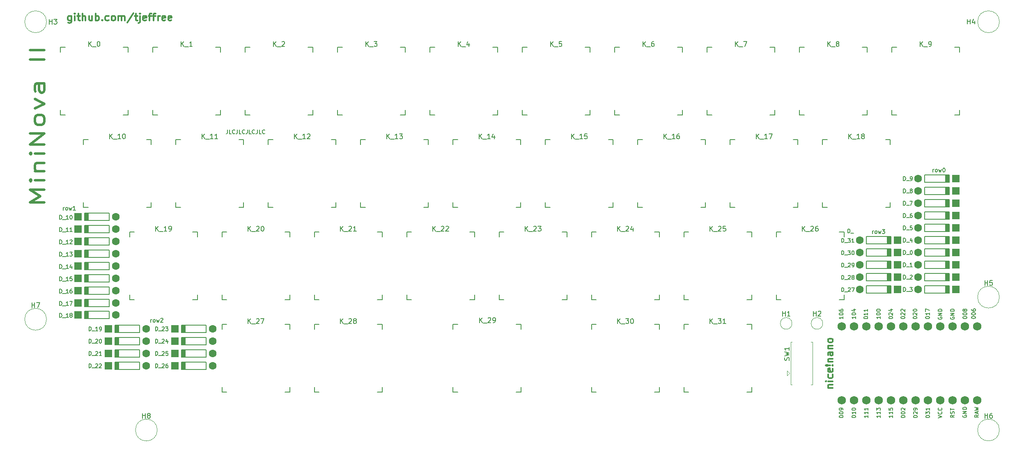
<source format=gbr>
%TF.GenerationSoftware,KiCad,Pcbnew,(6.0.0-rc1-306-g01eebd0b9d)*%
%TF.CreationDate,2022-03-11T08:49:04+00:00*%
%TF.ProjectId,keyboard,6b657962-6f61-4726-942e-6b696361645f,rev?*%
%TF.SameCoordinates,Original*%
%TF.FileFunction,Legend,Top*%
%TF.FilePolarity,Positive*%
%FSLAX46Y46*%
G04 Gerber Fmt 4.6, Leading zero omitted, Abs format (unit mm)*
G04 Created by KiCad (PCBNEW (6.0.0-rc1-306-g01eebd0b9d)) date 2022-03-11 08:49:04*
%MOMM*%
%LPD*%
G01*
G04 APERTURE LIST*
%ADD10C,0.150000*%
%ADD11C,0.500000*%
%ADD12C,0.300000*%
%ADD13C,0.200000*%
%ADD14C,0.120000*%
%ADD15R,1.600000X1.600000*%
%ADD16C,1.600000*%
%ADD17C,1.752600*%
G04 APERTURE END LIST*
D10*
X71488761Y-61029904D02*
X71488761Y-61601333D01*
X71450666Y-61715619D01*
X71374476Y-61791809D01*
X71260190Y-61829904D01*
X71184000Y-61829904D01*
X72250666Y-61829904D02*
X71869714Y-61829904D01*
X71869714Y-61029904D01*
X72974476Y-61753714D02*
X72936380Y-61791809D01*
X72822095Y-61829904D01*
X72745904Y-61829904D01*
X72631619Y-61791809D01*
X72555428Y-61715619D01*
X72517333Y-61639428D01*
X72479238Y-61487047D01*
X72479238Y-61372761D01*
X72517333Y-61220380D01*
X72555428Y-61144190D01*
X72631619Y-61068000D01*
X72745904Y-61029904D01*
X72822095Y-61029904D01*
X72936380Y-61068000D01*
X72974476Y-61106095D01*
X73545904Y-61029904D02*
X73545904Y-61601333D01*
X73507809Y-61715619D01*
X73431619Y-61791809D01*
X73317333Y-61829904D01*
X73241142Y-61829904D01*
X74307809Y-61829904D02*
X73926857Y-61829904D01*
X73926857Y-61029904D01*
X75031619Y-61753714D02*
X74993523Y-61791809D01*
X74879238Y-61829904D01*
X74803047Y-61829904D01*
X74688761Y-61791809D01*
X74612571Y-61715619D01*
X74574476Y-61639428D01*
X74536380Y-61487047D01*
X74536380Y-61372761D01*
X74574476Y-61220380D01*
X74612571Y-61144190D01*
X74688761Y-61068000D01*
X74803047Y-61029904D01*
X74879238Y-61029904D01*
X74993523Y-61068000D01*
X75031619Y-61106095D01*
X75603047Y-61029904D02*
X75603047Y-61601333D01*
X75564952Y-61715619D01*
X75488761Y-61791809D01*
X75374476Y-61829904D01*
X75298285Y-61829904D01*
X76364952Y-61829904D02*
X75984000Y-61829904D01*
X75984000Y-61029904D01*
X77088761Y-61753714D02*
X77050666Y-61791809D01*
X76936380Y-61829904D01*
X76860190Y-61829904D01*
X76745904Y-61791809D01*
X76669714Y-61715619D01*
X76631619Y-61639428D01*
X76593523Y-61487047D01*
X76593523Y-61372761D01*
X76631619Y-61220380D01*
X76669714Y-61144190D01*
X76745904Y-61068000D01*
X76860190Y-61029904D01*
X76936380Y-61029904D01*
X77050666Y-61068000D01*
X77088761Y-61106095D01*
X77660190Y-61029904D02*
X77660190Y-61601333D01*
X77622095Y-61715619D01*
X77545904Y-61791809D01*
X77431619Y-61829904D01*
X77355428Y-61829904D01*
X78422095Y-61829904D02*
X78041142Y-61829904D01*
X78041142Y-61029904D01*
X79145904Y-61753714D02*
X79107809Y-61791809D01*
X78993523Y-61829904D01*
X78917333Y-61829904D01*
X78803047Y-61791809D01*
X78726857Y-61715619D01*
X78688761Y-61639428D01*
X78650666Y-61487047D01*
X78650666Y-61372761D01*
X78688761Y-61220380D01*
X78726857Y-61144190D01*
X78803047Y-61068000D01*
X78917333Y-61029904D01*
X78993523Y-61029904D01*
X79107809Y-61068000D01*
X79145904Y-61106095D01*
D11*
X33742142Y-76039285D02*
X30742142Y-76039285D01*
X32885000Y-74705952D01*
X30742142Y-73372619D01*
X33742142Y-73372619D01*
X33742142Y-71467857D02*
X31742142Y-71467857D01*
X30742142Y-71467857D02*
X30885000Y-71658333D01*
X31027857Y-71467857D01*
X30885000Y-71277380D01*
X30742142Y-71467857D01*
X31027857Y-71467857D01*
X31742142Y-69563095D02*
X33742142Y-69563095D01*
X32027857Y-69563095D02*
X31885000Y-69372619D01*
X31742142Y-68991666D01*
X31742142Y-68420238D01*
X31885000Y-68039285D01*
X32170714Y-67848809D01*
X33742142Y-67848809D01*
X33742142Y-65944047D02*
X31742142Y-65944047D01*
X30742142Y-65944047D02*
X30885000Y-66134523D01*
X31027857Y-65944047D01*
X30885000Y-65753571D01*
X30742142Y-65944047D01*
X31027857Y-65944047D01*
X33742142Y-64039285D02*
X30742142Y-64039285D01*
X33742142Y-61753571D01*
X30742142Y-61753571D01*
X33742142Y-59277380D02*
X33599285Y-59658333D01*
X33456428Y-59848809D01*
X33170714Y-60039285D01*
X32313571Y-60039285D01*
X32027857Y-59848809D01*
X31885000Y-59658333D01*
X31742142Y-59277380D01*
X31742142Y-58705952D01*
X31885000Y-58325000D01*
X32027857Y-58134523D01*
X32313571Y-57944047D01*
X33170714Y-57944047D01*
X33456428Y-58134523D01*
X33599285Y-58325000D01*
X33742142Y-58705952D01*
X33742142Y-59277380D01*
X31742142Y-56610714D02*
X33742142Y-55658333D01*
X31742142Y-54705952D01*
X33742142Y-51467857D02*
X32170714Y-51467857D01*
X31885000Y-51658333D01*
X31742142Y-52039285D01*
X31742142Y-52801190D01*
X31885000Y-53182142D01*
X33599285Y-51467857D02*
X33742142Y-51848809D01*
X33742142Y-52801190D01*
X33599285Y-53182142D01*
X33313571Y-53372619D01*
X33027857Y-53372619D01*
X32742142Y-53182142D01*
X32599285Y-52801190D01*
X32599285Y-51848809D01*
X32456428Y-51467857D01*
X33742142Y-46515476D02*
X30742142Y-46515476D01*
X33742142Y-44610714D02*
X30742142Y-44610714D01*
D12*
X39276000Y-37524571D02*
X39276000Y-38738857D01*
X39204571Y-38881714D01*
X39133142Y-38953142D01*
X38990285Y-39024571D01*
X38776000Y-39024571D01*
X38633142Y-38953142D01*
X39276000Y-38453142D02*
X39133142Y-38524571D01*
X38847428Y-38524571D01*
X38704571Y-38453142D01*
X38633142Y-38381714D01*
X38561714Y-38238857D01*
X38561714Y-37810285D01*
X38633142Y-37667428D01*
X38704571Y-37596000D01*
X38847428Y-37524571D01*
X39133142Y-37524571D01*
X39276000Y-37596000D01*
X39990285Y-38524571D02*
X39990285Y-37524571D01*
X39990285Y-37024571D02*
X39918857Y-37096000D01*
X39990285Y-37167428D01*
X40061714Y-37096000D01*
X39990285Y-37024571D01*
X39990285Y-37167428D01*
X40490285Y-37524571D02*
X41061714Y-37524571D01*
X40704571Y-37024571D02*
X40704571Y-38310285D01*
X40776000Y-38453142D01*
X40918857Y-38524571D01*
X41061714Y-38524571D01*
X41561714Y-38524571D02*
X41561714Y-37024571D01*
X42204571Y-38524571D02*
X42204571Y-37738857D01*
X42133142Y-37596000D01*
X41990285Y-37524571D01*
X41776000Y-37524571D01*
X41633142Y-37596000D01*
X41561714Y-37667428D01*
X43561714Y-37524571D02*
X43561714Y-38524571D01*
X42918857Y-37524571D02*
X42918857Y-38310285D01*
X42990285Y-38453142D01*
X43133142Y-38524571D01*
X43347428Y-38524571D01*
X43490285Y-38453142D01*
X43561714Y-38381714D01*
X44276000Y-38524571D02*
X44276000Y-37024571D01*
X44276000Y-37596000D02*
X44418857Y-37524571D01*
X44704571Y-37524571D01*
X44847428Y-37596000D01*
X44918857Y-37667428D01*
X44990285Y-37810285D01*
X44990285Y-38238857D01*
X44918857Y-38381714D01*
X44847428Y-38453142D01*
X44704571Y-38524571D01*
X44418857Y-38524571D01*
X44276000Y-38453142D01*
X45633142Y-38381714D02*
X45704571Y-38453142D01*
X45633142Y-38524571D01*
X45561714Y-38453142D01*
X45633142Y-38381714D01*
X45633142Y-38524571D01*
X46990285Y-38453142D02*
X46847428Y-38524571D01*
X46561714Y-38524571D01*
X46418857Y-38453142D01*
X46347428Y-38381714D01*
X46276000Y-38238857D01*
X46276000Y-37810285D01*
X46347428Y-37667428D01*
X46418857Y-37596000D01*
X46561714Y-37524571D01*
X46847428Y-37524571D01*
X46990285Y-37596000D01*
X47847428Y-38524571D02*
X47704571Y-38453142D01*
X47633142Y-38381714D01*
X47561714Y-38238857D01*
X47561714Y-37810285D01*
X47633142Y-37667428D01*
X47704571Y-37596000D01*
X47847428Y-37524571D01*
X48061714Y-37524571D01*
X48204571Y-37596000D01*
X48276000Y-37667428D01*
X48347428Y-37810285D01*
X48347428Y-38238857D01*
X48276000Y-38381714D01*
X48204571Y-38453142D01*
X48061714Y-38524571D01*
X47847428Y-38524571D01*
X48990285Y-38524571D02*
X48990285Y-37524571D01*
X48990285Y-37667428D02*
X49061714Y-37596000D01*
X49204571Y-37524571D01*
X49418857Y-37524571D01*
X49561714Y-37596000D01*
X49633142Y-37738857D01*
X49633142Y-38524571D01*
X49633142Y-37738857D02*
X49704571Y-37596000D01*
X49847428Y-37524571D01*
X50061714Y-37524571D01*
X50204571Y-37596000D01*
X50276000Y-37738857D01*
X50276000Y-38524571D01*
X52061714Y-36953142D02*
X50776000Y-38881714D01*
X52347428Y-37524571D02*
X52918857Y-37524571D01*
X52561714Y-37024571D02*
X52561714Y-38310285D01*
X52633142Y-38453142D01*
X52776000Y-38524571D01*
X52918857Y-38524571D01*
X53418857Y-37524571D02*
X53418857Y-38810285D01*
X53347428Y-38953142D01*
X53204571Y-39024571D01*
X53133142Y-39024571D01*
X53418857Y-37024571D02*
X53347428Y-37096000D01*
X53418857Y-37167428D01*
X53490285Y-37096000D01*
X53418857Y-37024571D01*
X53418857Y-37167428D01*
X54704571Y-38453142D02*
X54561714Y-38524571D01*
X54276000Y-38524571D01*
X54133142Y-38453142D01*
X54061714Y-38310285D01*
X54061714Y-37738857D01*
X54133142Y-37596000D01*
X54276000Y-37524571D01*
X54561714Y-37524571D01*
X54704571Y-37596000D01*
X54776000Y-37738857D01*
X54776000Y-37881714D01*
X54061714Y-38024571D01*
X55204571Y-37524571D02*
X55776000Y-37524571D01*
X55418857Y-38524571D02*
X55418857Y-37238857D01*
X55490285Y-37096000D01*
X55633142Y-37024571D01*
X55776000Y-37024571D01*
X56061714Y-37524571D02*
X56633142Y-37524571D01*
X56276000Y-38524571D02*
X56276000Y-37238857D01*
X56347428Y-37096000D01*
X56490285Y-37024571D01*
X56633142Y-37024571D01*
X57133142Y-38524571D02*
X57133142Y-37524571D01*
X57133142Y-37810285D02*
X57204571Y-37667428D01*
X57276000Y-37596000D01*
X57418857Y-37524571D01*
X57561714Y-37524571D01*
X58633142Y-38453142D02*
X58490285Y-38524571D01*
X58204571Y-38524571D01*
X58061714Y-38453142D01*
X57990285Y-38310285D01*
X57990285Y-37738857D01*
X58061714Y-37596000D01*
X58204571Y-37524571D01*
X58490285Y-37524571D01*
X58633142Y-37596000D01*
X58704571Y-37738857D01*
X58704571Y-37881714D01*
X57990285Y-38024571D01*
X59918857Y-38453142D02*
X59776000Y-38524571D01*
X59490285Y-38524571D01*
X59347428Y-38453142D01*
X59276000Y-38310285D01*
X59276000Y-37738857D01*
X59347428Y-37596000D01*
X59490285Y-37524571D01*
X59776000Y-37524571D01*
X59918857Y-37596000D01*
X59990285Y-37738857D01*
X59990285Y-37881714D01*
X59276000Y-38024571D01*
D10*
X123499761Y-100782380D02*
X123499761Y-99782380D01*
X124071190Y-100782380D02*
X123642619Y-100210952D01*
X124071190Y-99782380D02*
X123499761Y-100353809D01*
X124261666Y-100877619D02*
X125023571Y-100877619D01*
X125214047Y-99877619D02*
X125261666Y-99830000D01*
X125356904Y-99782380D01*
X125595000Y-99782380D01*
X125690238Y-99830000D01*
X125737857Y-99877619D01*
X125785476Y-99972857D01*
X125785476Y-100068095D01*
X125737857Y-100210952D01*
X125166428Y-100782380D01*
X125785476Y-100782380D01*
X126261666Y-100782380D02*
X126452142Y-100782380D01*
X126547380Y-100734761D01*
X126595000Y-100687142D01*
X126690238Y-100544285D01*
X126737857Y-100353809D01*
X126737857Y-99972857D01*
X126690238Y-99877619D01*
X126642619Y-99830000D01*
X126547380Y-99782380D01*
X126356904Y-99782380D01*
X126261666Y-99830000D01*
X126214047Y-99877619D01*
X126166428Y-99972857D01*
X126166428Y-100210952D01*
X126214047Y-100306190D01*
X126261666Y-100353809D01*
X126356904Y-100401428D01*
X126547380Y-100401428D01*
X126642619Y-100353809D01*
X126690238Y-100306190D01*
X126737857Y-100210952D01*
D13*
X55676952Y-100691904D02*
X55676952Y-100158571D01*
X55676952Y-100310952D02*
X55715047Y-100234761D01*
X55753142Y-100196666D01*
X55829333Y-100158571D01*
X55905523Y-100158571D01*
X56286476Y-100691904D02*
X56210285Y-100653809D01*
X56172190Y-100615714D01*
X56134095Y-100539523D01*
X56134095Y-100310952D01*
X56172190Y-100234761D01*
X56210285Y-100196666D01*
X56286476Y-100158571D01*
X56400761Y-100158571D01*
X56476952Y-100196666D01*
X56515047Y-100234761D01*
X56553142Y-100310952D01*
X56553142Y-100539523D01*
X56515047Y-100615714D01*
X56476952Y-100653809D01*
X56400761Y-100691904D01*
X56286476Y-100691904D01*
X56819809Y-100158571D02*
X56972190Y-100691904D01*
X57124571Y-100310952D01*
X57276952Y-100691904D01*
X57429333Y-100158571D01*
X57696000Y-99968095D02*
X57734095Y-99930000D01*
X57810285Y-99891904D01*
X58000761Y-99891904D01*
X58076952Y-99930000D01*
X58115047Y-99968095D01*
X58153142Y-100044285D01*
X58153142Y-100120476D01*
X58115047Y-100234761D01*
X57657904Y-100691904D01*
X58153142Y-100691904D01*
X37642952Y-77577904D02*
X37642952Y-77044571D01*
X37642952Y-77196952D02*
X37681047Y-77120761D01*
X37719142Y-77082666D01*
X37795333Y-77044571D01*
X37871523Y-77044571D01*
X38252476Y-77577904D02*
X38176285Y-77539809D01*
X38138190Y-77501714D01*
X38100095Y-77425523D01*
X38100095Y-77196952D01*
X38138190Y-77120761D01*
X38176285Y-77082666D01*
X38252476Y-77044571D01*
X38366761Y-77044571D01*
X38442952Y-77082666D01*
X38481047Y-77120761D01*
X38519142Y-77196952D01*
X38519142Y-77425523D01*
X38481047Y-77501714D01*
X38442952Y-77539809D01*
X38366761Y-77577904D01*
X38252476Y-77577904D01*
X38785809Y-77044571D02*
X38938190Y-77577904D01*
X39090571Y-77196952D01*
X39242952Y-77577904D01*
X39395333Y-77044571D01*
X40119142Y-77577904D02*
X39662000Y-77577904D01*
X39890571Y-77577904D02*
X39890571Y-76777904D01*
X39814380Y-76892190D01*
X39738190Y-76968380D01*
X39662000Y-77006476D01*
X216966952Y-69703904D02*
X216966952Y-69170571D01*
X216966952Y-69322952D02*
X217005047Y-69246761D01*
X217043142Y-69208666D01*
X217119333Y-69170571D01*
X217195523Y-69170571D01*
X217576476Y-69703904D02*
X217500285Y-69665809D01*
X217462190Y-69627714D01*
X217424095Y-69551523D01*
X217424095Y-69322952D01*
X217462190Y-69246761D01*
X217500285Y-69208666D01*
X217576476Y-69170571D01*
X217690761Y-69170571D01*
X217766952Y-69208666D01*
X217805047Y-69246761D01*
X217843142Y-69322952D01*
X217843142Y-69551523D01*
X217805047Y-69627714D01*
X217766952Y-69665809D01*
X217690761Y-69703904D01*
X217576476Y-69703904D01*
X218109809Y-69170571D02*
X218262190Y-69703904D01*
X218414571Y-69322952D01*
X218566952Y-69703904D01*
X218719333Y-69170571D01*
X219176476Y-68903904D02*
X219252666Y-68903904D01*
X219328857Y-68942000D01*
X219366952Y-68980095D01*
X219405047Y-69056285D01*
X219443142Y-69208666D01*
X219443142Y-69399142D01*
X219405047Y-69551523D01*
X219366952Y-69627714D01*
X219328857Y-69665809D01*
X219252666Y-69703904D01*
X219176476Y-69703904D01*
X219100285Y-69665809D01*
X219062190Y-69627714D01*
X219024095Y-69551523D01*
X218986000Y-69399142D01*
X218986000Y-69208666D01*
X219024095Y-69056285D01*
X219062190Y-68980095D01*
X219100285Y-68942000D01*
X219176476Y-68903904D01*
X199379461Y-82276480D02*
X199379461Y-81476480D01*
X199569937Y-81476480D01*
X199684223Y-81514576D01*
X199760413Y-81590766D01*
X199798508Y-81666956D01*
X199836604Y-81819337D01*
X199836604Y-81933623D01*
X199798508Y-82086004D01*
X199760413Y-82162195D01*
X199684223Y-82238385D01*
X199569937Y-82276480D01*
X199379461Y-82276480D01*
X199988985Y-82352671D02*
X200598508Y-82352671D01*
X204520952Y-82403904D02*
X204520952Y-81870571D01*
X204520952Y-82022952D02*
X204559047Y-81946761D01*
X204597142Y-81908666D01*
X204673333Y-81870571D01*
X204749523Y-81870571D01*
X205130476Y-82403904D02*
X205054285Y-82365809D01*
X205016190Y-82327714D01*
X204978095Y-82251523D01*
X204978095Y-82022952D01*
X205016190Y-81946761D01*
X205054285Y-81908666D01*
X205130476Y-81870571D01*
X205244761Y-81870571D01*
X205320952Y-81908666D01*
X205359047Y-81946761D01*
X205397142Y-82022952D01*
X205397142Y-82251523D01*
X205359047Y-82327714D01*
X205320952Y-82365809D01*
X205244761Y-82403904D01*
X205130476Y-82403904D01*
X205663809Y-81870571D02*
X205816190Y-82403904D01*
X205968571Y-82022952D01*
X206120952Y-82403904D01*
X206273333Y-81870571D01*
X206501904Y-81603904D02*
X206997142Y-81603904D01*
X206730476Y-81908666D01*
X206844761Y-81908666D01*
X206920952Y-81946761D01*
X206959047Y-81984857D01*
X206997142Y-82061047D01*
X206997142Y-82251523D01*
X206959047Y-82327714D01*
X206920952Y-82365809D01*
X206844761Y-82403904D01*
X206616190Y-82403904D01*
X206540000Y-82365809D01*
X206501904Y-82327714D01*
D10*
%TO.C,D_31*%
X198102187Y-84255253D02*
X198102187Y-83455253D01*
X198292663Y-83455253D01*
X198406949Y-83493349D01*
X198483139Y-83569539D01*
X198521235Y-83645729D01*
X198559330Y-83798110D01*
X198559330Y-83912396D01*
X198521235Y-84064777D01*
X198483139Y-84140968D01*
X198406949Y-84217158D01*
X198292663Y-84255253D01*
X198102187Y-84255253D01*
X198711711Y-84331444D02*
X199321235Y-84331444D01*
X199435520Y-83455253D02*
X199930758Y-83455253D01*
X199664092Y-83760015D01*
X199778378Y-83760015D01*
X199854568Y-83798110D01*
X199892663Y-83836206D01*
X199930758Y-83912396D01*
X199930758Y-84102872D01*
X199892663Y-84179063D01*
X199854568Y-84217158D01*
X199778378Y-84255253D01*
X199549806Y-84255253D01*
X199473616Y-84217158D01*
X199435520Y-84179063D01*
X200692663Y-84255253D02*
X200235520Y-84255253D01*
X200464092Y-84255253D02*
X200464092Y-83455253D01*
X200387901Y-83569539D01*
X200311711Y-83645729D01*
X200235520Y-83683825D01*
%TO.C,D_30*%
X198102187Y-86795253D02*
X198102187Y-85995253D01*
X198292663Y-85995253D01*
X198406949Y-86033349D01*
X198483139Y-86109539D01*
X198521235Y-86185729D01*
X198559330Y-86338110D01*
X198559330Y-86452396D01*
X198521235Y-86604777D01*
X198483139Y-86680968D01*
X198406949Y-86757158D01*
X198292663Y-86795253D01*
X198102187Y-86795253D01*
X198711711Y-86871444D02*
X199321235Y-86871444D01*
X199435520Y-85995253D02*
X199930758Y-85995253D01*
X199664092Y-86300015D01*
X199778378Y-86300015D01*
X199854568Y-86338110D01*
X199892663Y-86376206D01*
X199930758Y-86452396D01*
X199930758Y-86642872D01*
X199892663Y-86719063D01*
X199854568Y-86757158D01*
X199778378Y-86795253D01*
X199549806Y-86795253D01*
X199473616Y-86757158D01*
X199435520Y-86719063D01*
X200425997Y-85995253D02*
X200502187Y-85995253D01*
X200578378Y-86033349D01*
X200616473Y-86071444D01*
X200654568Y-86147634D01*
X200692663Y-86300015D01*
X200692663Y-86490491D01*
X200654568Y-86642872D01*
X200616473Y-86719063D01*
X200578378Y-86757158D01*
X200502187Y-86795253D01*
X200425997Y-86795253D01*
X200349806Y-86757158D01*
X200311711Y-86719063D01*
X200273616Y-86642872D01*
X200235520Y-86490491D01*
X200235520Y-86300015D01*
X200273616Y-86147634D01*
X200311711Y-86071444D01*
X200349806Y-86033349D01*
X200425997Y-85995253D01*
%TO.C,D_29*%
X198102187Y-89333718D02*
X198102187Y-88533718D01*
X198292663Y-88533718D01*
X198406949Y-88571814D01*
X198483139Y-88648004D01*
X198521235Y-88724194D01*
X198559330Y-88876575D01*
X198559330Y-88990861D01*
X198521235Y-89143242D01*
X198483139Y-89219433D01*
X198406949Y-89295623D01*
X198292663Y-89333718D01*
X198102187Y-89333718D01*
X198711711Y-89409909D02*
X199321235Y-89409909D01*
X199473616Y-88609909D02*
X199511711Y-88571814D01*
X199587901Y-88533718D01*
X199778378Y-88533718D01*
X199854568Y-88571814D01*
X199892663Y-88609909D01*
X199930758Y-88686099D01*
X199930758Y-88762290D01*
X199892663Y-88876575D01*
X199435520Y-89333718D01*
X199930758Y-89333718D01*
X200311711Y-89333718D02*
X200464092Y-89333718D01*
X200540282Y-89295623D01*
X200578378Y-89257528D01*
X200654568Y-89143242D01*
X200692663Y-88990861D01*
X200692663Y-88686099D01*
X200654568Y-88609909D01*
X200616473Y-88571814D01*
X200540282Y-88533718D01*
X200387901Y-88533718D01*
X200311711Y-88571814D01*
X200273616Y-88609909D01*
X200235520Y-88686099D01*
X200235520Y-88876575D01*
X200273616Y-88952766D01*
X200311711Y-88990861D01*
X200387901Y-89028956D01*
X200540282Y-89028956D01*
X200616473Y-88990861D01*
X200654568Y-88952766D01*
X200692663Y-88876575D01*
%TO.C,D_28*%
X198102187Y-91873718D02*
X198102187Y-91073718D01*
X198292663Y-91073718D01*
X198406949Y-91111814D01*
X198483139Y-91188004D01*
X198521235Y-91264194D01*
X198559330Y-91416575D01*
X198559330Y-91530861D01*
X198521235Y-91683242D01*
X198483139Y-91759433D01*
X198406949Y-91835623D01*
X198292663Y-91873718D01*
X198102187Y-91873718D01*
X198711711Y-91949909D02*
X199321235Y-91949909D01*
X199473616Y-91149909D02*
X199511711Y-91111814D01*
X199587901Y-91073718D01*
X199778378Y-91073718D01*
X199854568Y-91111814D01*
X199892663Y-91149909D01*
X199930758Y-91226099D01*
X199930758Y-91302290D01*
X199892663Y-91416575D01*
X199435520Y-91873718D01*
X199930758Y-91873718D01*
X200387901Y-91416575D02*
X200311711Y-91378480D01*
X200273616Y-91340385D01*
X200235520Y-91264194D01*
X200235520Y-91226099D01*
X200273616Y-91149909D01*
X200311711Y-91111814D01*
X200387901Y-91073718D01*
X200540282Y-91073718D01*
X200616473Y-91111814D01*
X200654568Y-91149909D01*
X200692663Y-91226099D01*
X200692663Y-91264194D01*
X200654568Y-91340385D01*
X200616473Y-91378480D01*
X200540282Y-91416575D01*
X200387901Y-91416575D01*
X200311711Y-91454671D01*
X200273616Y-91492766D01*
X200235520Y-91568956D01*
X200235520Y-91721337D01*
X200273616Y-91797528D01*
X200311711Y-91835623D01*
X200387901Y-91873718D01*
X200540282Y-91873718D01*
X200616473Y-91835623D01*
X200654568Y-91797528D01*
X200692663Y-91721337D01*
X200692663Y-91568956D01*
X200654568Y-91492766D01*
X200616473Y-91454671D01*
X200540282Y-91416575D01*
%TO.C,D_27*%
X198102187Y-94415253D02*
X198102187Y-93615253D01*
X198292663Y-93615253D01*
X198406949Y-93653349D01*
X198483139Y-93729539D01*
X198521235Y-93805729D01*
X198559330Y-93958110D01*
X198559330Y-94072396D01*
X198521235Y-94224777D01*
X198483139Y-94300968D01*
X198406949Y-94377158D01*
X198292663Y-94415253D01*
X198102187Y-94415253D01*
X198711711Y-94491444D02*
X199321235Y-94491444D01*
X199473616Y-93691444D02*
X199511711Y-93653349D01*
X199587901Y-93615253D01*
X199778378Y-93615253D01*
X199854568Y-93653349D01*
X199892663Y-93691444D01*
X199930758Y-93767634D01*
X199930758Y-93843825D01*
X199892663Y-93958110D01*
X199435520Y-94415253D01*
X199930758Y-94415253D01*
X200197425Y-93615253D02*
X200730758Y-93615253D01*
X200387901Y-94415253D01*
%TO.C,D_26*%
X56635809Y-110089904D02*
X56635809Y-109289904D01*
X56826285Y-109289904D01*
X56940571Y-109328000D01*
X57016761Y-109404190D01*
X57054857Y-109480380D01*
X57092952Y-109632761D01*
X57092952Y-109747047D01*
X57054857Y-109899428D01*
X57016761Y-109975619D01*
X56940571Y-110051809D01*
X56826285Y-110089904D01*
X56635809Y-110089904D01*
X57245333Y-110166095D02*
X57854857Y-110166095D01*
X58007238Y-109366095D02*
X58045333Y-109328000D01*
X58121523Y-109289904D01*
X58312000Y-109289904D01*
X58388190Y-109328000D01*
X58426285Y-109366095D01*
X58464380Y-109442285D01*
X58464380Y-109518476D01*
X58426285Y-109632761D01*
X57969142Y-110089904D01*
X58464380Y-110089904D01*
X59150095Y-109289904D02*
X58997714Y-109289904D01*
X58921523Y-109328000D01*
X58883428Y-109366095D01*
X58807238Y-109480380D01*
X58769142Y-109632761D01*
X58769142Y-109937523D01*
X58807238Y-110013714D01*
X58845333Y-110051809D01*
X58921523Y-110089904D01*
X59073904Y-110089904D01*
X59150095Y-110051809D01*
X59188190Y-110013714D01*
X59226285Y-109937523D01*
X59226285Y-109747047D01*
X59188190Y-109670857D01*
X59150095Y-109632761D01*
X59073904Y-109594666D01*
X58921523Y-109594666D01*
X58845333Y-109632761D01*
X58807238Y-109670857D01*
X58769142Y-109747047D01*
%TO.C,D_25*%
X56635809Y-107549904D02*
X56635809Y-106749904D01*
X56826285Y-106749904D01*
X56940571Y-106788000D01*
X57016761Y-106864190D01*
X57054857Y-106940380D01*
X57092952Y-107092761D01*
X57092952Y-107207047D01*
X57054857Y-107359428D01*
X57016761Y-107435619D01*
X56940571Y-107511809D01*
X56826285Y-107549904D01*
X56635809Y-107549904D01*
X57245333Y-107626095D02*
X57854857Y-107626095D01*
X58007238Y-106826095D02*
X58045333Y-106788000D01*
X58121523Y-106749904D01*
X58312000Y-106749904D01*
X58388190Y-106788000D01*
X58426285Y-106826095D01*
X58464380Y-106902285D01*
X58464380Y-106978476D01*
X58426285Y-107092761D01*
X57969142Y-107549904D01*
X58464380Y-107549904D01*
X59188190Y-106749904D02*
X58807238Y-106749904D01*
X58769142Y-107130857D01*
X58807238Y-107092761D01*
X58883428Y-107054666D01*
X59073904Y-107054666D01*
X59150095Y-107092761D01*
X59188190Y-107130857D01*
X59226285Y-107207047D01*
X59226285Y-107397523D01*
X59188190Y-107473714D01*
X59150095Y-107511809D01*
X59073904Y-107549904D01*
X58883428Y-107549904D01*
X58807238Y-107511809D01*
X58769142Y-107473714D01*
%TO.C,D_24*%
X56635809Y-105009904D02*
X56635809Y-104209904D01*
X56826285Y-104209904D01*
X56940571Y-104248000D01*
X57016761Y-104324190D01*
X57054857Y-104400380D01*
X57092952Y-104552761D01*
X57092952Y-104667047D01*
X57054857Y-104819428D01*
X57016761Y-104895619D01*
X56940571Y-104971809D01*
X56826285Y-105009904D01*
X56635809Y-105009904D01*
X57245333Y-105086095D02*
X57854857Y-105086095D01*
X58007238Y-104286095D02*
X58045333Y-104248000D01*
X58121523Y-104209904D01*
X58312000Y-104209904D01*
X58388190Y-104248000D01*
X58426285Y-104286095D01*
X58464380Y-104362285D01*
X58464380Y-104438476D01*
X58426285Y-104552761D01*
X57969142Y-105009904D01*
X58464380Y-105009904D01*
X59150095Y-104476571D02*
X59150095Y-105009904D01*
X58959619Y-104171809D02*
X58769142Y-104743238D01*
X59264380Y-104743238D01*
%TO.C,D_23*%
X56635809Y-102469904D02*
X56635809Y-101669904D01*
X56826285Y-101669904D01*
X56940571Y-101708000D01*
X57016761Y-101784190D01*
X57054857Y-101860380D01*
X57092952Y-102012761D01*
X57092952Y-102127047D01*
X57054857Y-102279428D01*
X57016761Y-102355619D01*
X56940571Y-102431809D01*
X56826285Y-102469904D01*
X56635809Y-102469904D01*
X57245333Y-102546095D02*
X57854857Y-102546095D01*
X58007238Y-101746095D02*
X58045333Y-101708000D01*
X58121523Y-101669904D01*
X58312000Y-101669904D01*
X58388190Y-101708000D01*
X58426285Y-101746095D01*
X58464380Y-101822285D01*
X58464380Y-101898476D01*
X58426285Y-102012761D01*
X57969142Y-102469904D01*
X58464380Y-102469904D01*
X58731047Y-101669904D02*
X59226285Y-101669904D01*
X58959619Y-101974666D01*
X59073904Y-101974666D01*
X59150095Y-102012761D01*
X59188190Y-102050857D01*
X59226285Y-102127047D01*
X59226285Y-102317523D01*
X59188190Y-102393714D01*
X59150095Y-102431809D01*
X59073904Y-102469904D01*
X58845333Y-102469904D01*
X58769142Y-102431809D01*
X58731047Y-102393714D01*
%TO.C,D_22*%
X42919809Y-110089904D02*
X42919809Y-109289904D01*
X43110285Y-109289904D01*
X43224571Y-109328000D01*
X43300761Y-109404190D01*
X43338857Y-109480380D01*
X43376952Y-109632761D01*
X43376952Y-109747047D01*
X43338857Y-109899428D01*
X43300761Y-109975619D01*
X43224571Y-110051809D01*
X43110285Y-110089904D01*
X42919809Y-110089904D01*
X43529333Y-110166095D02*
X44138857Y-110166095D01*
X44291238Y-109366095D02*
X44329333Y-109328000D01*
X44405523Y-109289904D01*
X44596000Y-109289904D01*
X44672190Y-109328000D01*
X44710285Y-109366095D01*
X44748380Y-109442285D01*
X44748380Y-109518476D01*
X44710285Y-109632761D01*
X44253142Y-110089904D01*
X44748380Y-110089904D01*
X45053142Y-109366095D02*
X45091238Y-109328000D01*
X45167428Y-109289904D01*
X45357904Y-109289904D01*
X45434095Y-109328000D01*
X45472190Y-109366095D01*
X45510285Y-109442285D01*
X45510285Y-109518476D01*
X45472190Y-109632761D01*
X45015047Y-110089904D01*
X45510285Y-110089904D01*
%TO.C,D_21*%
X42919809Y-107549904D02*
X42919809Y-106749904D01*
X43110285Y-106749904D01*
X43224571Y-106788000D01*
X43300761Y-106864190D01*
X43338857Y-106940380D01*
X43376952Y-107092761D01*
X43376952Y-107207047D01*
X43338857Y-107359428D01*
X43300761Y-107435619D01*
X43224571Y-107511809D01*
X43110285Y-107549904D01*
X42919809Y-107549904D01*
X43529333Y-107626095D02*
X44138857Y-107626095D01*
X44291238Y-106826095D02*
X44329333Y-106788000D01*
X44405523Y-106749904D01*
X44596000Y-106749904D01*
X44672190Y-106788000D01*
X44710285Y-106826095D01*
X44748380Y-106902285D01*
X44748380Y-106978476D01*
X44710285Y-107092761D01*
X44253142Y-107549904D01*
X44748380Y-107549904D01*
X45510285Y-107549904D02*
X45053142Y-107549904D01*
X45281714Y-107549904D02*
X45281714Y-106749904D01*
X45205523Y-106864190D01*
X45129333Y-106940380D01*
X45053142Y-106978476D01*
%TO.C,D_20*%
X42919809Y-105009904D02*
X42919809Y-104209904D01*
X43110285Y-104209904D01*
X43224571Y-104248000D01*
X43300761Y-104324190D01*
X43338857Y-104400380D01*
X43376952Y-104552761D01*
X43376952Y-104667047D01*
X43338857Y-104819428D01*
X43300761Y-104895619D01*
X43224571Y-104971809D01*
X43110285Y-105009904D01*
X42919809Y-105009904D01*
X43529333Y-105086095D02*
X44138857Y-105086095D01*
X44291238Y-104286095D02*
X44329333Y-104248000D01*
X44405523Y-104209904D01*
X44596000Y-104209904D01*
X44672190Y-104248000D01*
X44710285Y-104286095D01*
X44748380Y-104362285D01*
X44748380Y-104438476D01*
X44710285Y-104552761D01*
X44253142Y-105009904D01*
X44748380Y-105009904D01*
X45243619Y-104209904D02*
X45319809Y-104209904D01*
X45396000Y-104248000D01*
X45434095Y-104286095D01*
X45472190Y-104362285D01*
X45510285Y-104514666D01*
X45510285Y-104705142D01*
X45472190Y-104857523D01*
X45434095Y-104933714D01*
X45396000Y-104971809D01*
X45319809Y-105009904D01*
X45243619Y-105009904D01*
X45167428Y-104971809D01*
X45129333Y-104933714D01*
X45091238Y-104857523D01*
X45053142Y-104705142D01*
X45053142Y-104514666D01*
X45091238Y-104362285D01*
X45129333Y-104286095D01*
X45167428Y-104248000D01*
X45243619Y-104209904D01*
%TO.C,D_19*%
X42919809Y-102469904D02*
X42919809Y-101669904D01*
X43110285Y-101669904D01*
X43224571Y-101708000D01*
X43300761Y-101784190D01*
X43338857Y-101860380D01*
X43376952Y-102012761D01*
X43376952Y-102127047D01*
X43338857Y-102279428D01*
X43300761Y-102355619D01*
X43224571Y-102431809D01*
X43110285Y-102469904D01*
X42919809Y-102469904D01*
X43529333Y-102546095D02*
X44138857Y-102546095D01*
X44748380Y-102469904D02*
X44291238Y-102469904D01*
X44519809Y-102469904D02*
X44519809Y-101669904D01*
X44443619Y-101784190D01*
X44367428Y-101860380D01*
X44291238Y-101898476D01*
X45129333Y-102469904D02*
X45281714Y-102469904D01*
X45357904Y-102431809D01*
X45396000Y-102393714D01*
X45472190Y-102279428D01*
X45510285Y-102127047D01*
X45510285Y-101822285D01*
X45472190Y-101746095D01*
X45434095Y-101708000D01*
X45357904Y-101669904D01*
X45205523Y-101669904D01*
X45129333Y-101708000D01*
X45091238Y-101746095D01*
X45053142Y-101822285D01*
X45053142Y-102012761D01*
X45091238Y-102088952D01*
X45129333Y-102127047D01*
X45205523Y-102165142D01*
X45357904Y-102165142D01*
X45434095Y-102127047D01*
X45472190Y-102088952D01*
X45510285Y-102012761D01*
%TO.C,D_18*%
X36861498Y-99704327D02*
X36861498Y-98904327D01*
X37051974Y-98904327D01*
X37166260Y-98942423D01*
X37242450Y-99018613D01*
X37280546Y-99094803D01*
X37318641Y-99247184D01*
X37318641Y-99361470D01*
X37280546Y-99513851D01*
X37242450Y-99590042D01*
X37166260Y-99666232D01*
X37051974Y-99704327D01*
X36861498Y-99704327D01*
X37471022Y-99780518D02*
X38080546Y-99780518D01*
X38690069Y-99704327D02*
X38232927Y-99704327D01*
X38461498Y-99704327D02*
X38461498Y-98904327D01*
X38385308Y-99018613D01*
X38309117Y-99094803D01*
X38232927Y-99132899D01*
X39147212Y-99247184D02*
X39071022Y-99209089D01*
X39032927Y-99170994D01*
X38994831Y-99094803D01*
X38994831Y-99056708D01*
X39032927Y-98980518D01*
X39071022Y-98942423D01*
X39147212Y-98904327D01*
X39299593Y-98904327D01*
X39375784Y-98942423D01*
X39413879Y-98980518D01*
X39451974Y-99056708D01*
X39451974Y-99094803D01*
X39413879Y-99170994D01*
X39375784Y-99209089D01*
X39299593Y-99247184D01*
X39147212Y-99247184D01*
X39071022Y-99285280D01*
X39032927Y-99323375D01*
X38994831Y-99399565D01*
X38994831Y-99551946D01*
X39032927Y-99628137D01*
X39071022Y-99666232D01*
X39147212Y-99704327D01*
X39299593Y-99704327D01*
X39375784Y-99666232D01*
X39413879Y-99628137D01*
X39451974Y-99551946D01*
X39451974Y-99399565D01*
X39413879Y-99323375D01*
X39375784Y-99285280D01*
X39299593Y-99247184D01*
%TO.C,D_17*%
X36860749Y-97243981D02*
X36860749Y-96443981D01*
X37051225Y-96443981D01*
X37165511Y-96482077D01*
X37241701Y-96558267D01*
X37279797Y-96634457D01*
X37317892Y-96786838D01*
X37317892Y-96901124D01*
X37279797Y-97053505D01*
X37241701Y-97129696D01*
X37165511Y-97205886D01*
X37051225Y-97243981D01*
X36860749Y-97243981D01*
X37470273Y-97320172D02*
X38079797Y-97320172D01*
X38689320Y-97243981D02*
X38232178Y-97243981D01*
X38460749Y-97243981D02*
X38460749Y-96443981D01*
X38384559Y-96558267D01*
X38308368Y-96634457D01*
X38232178Y-96672553D01*
X38955987Y-96443981D02*
X39489320Y-96443981D01*
X39146463Y-97243981D01*
%TO.C,D_16*%
X36860749Y-94703981D02*
X36860749Y-93903981D01*
X37051225Y-93903981D01*
X37165511Y-93942077D01*
X37241701Y-94018267D01*
X37279797Y-94094457D01*
X37317892Y-94246838D01*
X37317892Y-94361124D01*
X37279797Y-94513505D01*
X37241701Y-94589696D01*
X37165511Y-94665886D01*
X37051225Y-94703981D01*
X36860749Y-94703981D01*
X37470273Y-94780172D02*
X38079797Y-94780172D01*
X38689320Y-94703981D02*
X38232178Y-94703981D01*
X38460749Y-94703981D02*
X38460749Y-93903981D01*
X38384559Y-94018267D01*
X38308368Y-94094457D01*
X38232178Y-94132553D01*
X39375035Y-93903981D02*
X39222654Y-93903981D01*
X39146463Y-93942077D01*
X39108368Y-93980172D01*
X39032178Y-94094457D01*
X38994082Y-94246838D01*
X38994082Y-94551600D01*
X39032178Y-94627791D01*
X39070273Y-94665886D01*
X39146463Y-94703981D01*
X39298844Y-94703981D01*
X39375035Y-94665886D01*
X39413130Y-94627791D01*
X39451225Y-94551600D01*
X39451225Y-94361124D01*
X39413130Y-94284934D01*
X39375035Y-94246838D01*
X39298844Y-94208743D01*
X39146463Y-94208743D01*
X39070273Y-94246838D01*
X39032178Y-94284934D01*
X38994082Y-94361124D01*
%TO.C,D_15*%
X36860749Y-92163981D02*
X36860749Y-91363981D01*
X37051225Y-91363981D01*
X37165511Y-91402077D01*
X37241701Y-91478267D01*
X37279797Y-91554457D01*
X37317892Y-91706838D01*
X37317892Y-91821124D01*
X37279797Y-91973505D01*
X37241701Y-92049696D01*
X37165511Y-92125886D01*
X37051225Y-92163981D01*
X36860749Y-92163981D01*
X37470273Y-92240172D02*
X38079797Y-92240172D01*
X38689320Y-92163981D02*
X38232178Y-92163981D01*
X38460749Y-92163981D02*
X38460749Y-91363981D01*
X38384559Y-91478267D01*
X38308368Y-91554457D01*
X38232178Y-91592553D01*
X39413130Y-91363981D02*
X39032178Y-91363981D01*
X38994082Y-91744934D01*
X39032178Y-91706838D01*
X39108368Y-91668743D01*
X39298844Y-91668743D01*
X39375035Y-91706838D01*
X39413130Y-91744934D01*
X39451225Y-91821124D01*
X39451225Y-92011600D01*
X39413130Y-92087791D01*
X39375035Y-92125886D01*
X39298844Y-92163981D01*
X39108368Y-92163981D01*
X39032178Y-92125886D01*
X38994082Y-92087791D01*
%TO.C,D_14*%
X36860749Y-89623981D02*
X36860749Y-88823981D01*
X37051225Y-88823981D01*
X37165511Y-88862077D01*
X37241701Y-88938267D01*
X37279797Y-89014457D01*
X37317892Y-89166838D01*
X37317892Y-89281124D01*
X37279797Y-89433505D01*
X37241701Y-89509696D01*
X37165511Y-89585886D01*
X37051225Y-89623981D01*
X36860749Y-89623981D01*
X37470273Y-89700172D02*
X38079797Y-89700172D01*
X38689320Y-89623981D02*
X38232178Y-89623981D01*
X38460749Y-89623981D02*
X38460749Y-88823981D01*
X38384559Y-88938267D01*
X38308368Y-89014457D01*
X38232178Y-89052553D01*
X39375035Y-89090648D02*
X39375035Y-89623981D01*
X39184559Y-88785886D02*
X38994082Y-89357315D01*
X39489320Y-89357315D01*
%TO.C,D_13*%
X36860749Y-87083981D02*
X36860749Y-86283981D01*
X37051225Y-86283981D01*
X37165511Y-86322077D01*
X37241701Y-86398267D01*
X37279797Y-86474457D01*
X37317892Y-86626838D01*
X37317892Y-86741124D01*
X37279797Y-86893505D01*
X37241701Y-86969696D01*
X37165511Y-87045886D01*
X37051225Y-87083981D01*
X36860749Y-87083981D01*
X37470273Y-87160172D02*
X38079797Y-87160172D01*
X38689320Y-87083981D02*
X38232178Y-87083981D01*
X38460749Y-87083981D02*
X38460749Y-86283981D01*
X38384559Y-86398267D01*
X38308368Y-86474457D01*
X38232178Y-86512553D01*
X38955987Y-86283981D02*
X39451225Y-86283981D01*
X39184559Y-86588743D01*
X39298844Y-86588743D01*
X39375035Y-86626838D01*
X39413130Y-86664934D01*
X39451225Y-86741124D01*
X39451225Y-86931600D01*
X39413130Y-87007791D01*
X39375035Y-87045886D01*
X39298844Y-87083981D01*
X39070273Y-87083981D01*
X38994082Y-87045886D01*
X38955987Y-87007791D01*
%TO.C,D_12*%
X36860749Y-84543981D02*
X36860749Y-83743981D01*
X37051225Y-83743981D01*
X37165511Y-83782077D01*
X37241701Y-83858267D01*
X37279797Y-83934457D01*
X37317892Y-84086838D01*
X37317892Y-84201124D01*
X37279797Y-84353505D01*
X37241701Y-84429696D01*
X37165511Y-84505886D01*
X37051225Y-84543981D01*
X36860749Y-84543981D01*
X37470273Y-84620172D02*
X38079797Y-84620172D01*
X38689320Y-84543981D02*
X38232178Y-84543981D01*
X38460749Y-84543981D02*
X38460749Y-83743981D01*
X38384559Y-83858267D01*
X38308368Y-83934457D01*
X38232178Y-83972553D01*
X38994082Y-83820172D02*
X39032178Y-83782077D01*
X39108368Y-83743981D01*
X39298844Y-83743981D01*
X39375035Y-83782077D01*
X39413130Y-83820172D01*
X39451225Y-83896362D01*
X39451225Y-83972553D01*
X39413130Y-84086838D01*
X38955987Y-84543981D01*
X39451225Y-84543981D01*
%TO.C,D_11*%
X36860749Y-82003981D02*
X36860749Y-81203981D01*
X37051225Y-81203981D01*
X37165511Y-81242077D01*
X37241701Y-81318267D01*
X37279797Y-81394457D01*
X37317892Y-81546838D01*
X37317892Y-81661124D01*
X37279797Y-81813505D01*
X37241701Y-81889696D01*
X37165511Y-81965886D01*
X37051225Y-82003981D01*
X36860749Y-82003981D01*
X37470273Y-82080172D02*
X38079797Y-82080172D01*
X38689320Y-82003981D02*
X38232178Y-82003981D01*
X38460749Y-82003981D02*
X38460749Y-81203981D01*
X38384559Y-81318267D01*
X38308368Y-81394457D01*
X38232178Y-81432553D01*
X39451225Y-82003981D02*
X38994082Y-82003981D01*
X39222654Y-82003981D02*
X39222654Y-81203981D01*
X39146463Y-81318267D01*
X39070273Y-81394457D01*
X38994082Y-81432553D01*
%TO.C,D_10*%
X36860749Y-79463981D02*
X36860749Y-78663981D01*
X37051225Y-78663981D01*
X37165511Y-78702077D01*
X37241701Y-78778267D01*
X37279797Y-78854457D01*
X37317892Y-79006838D01*
X37317892Y-79121124D01*
X37279797Y-79273505D01*
X37241701Y-79349696D01*
X37165511Y-79425886D01*
X37051225Y-79463981D01*
X36860749Y-79463981D01*
X37470273Y-79540172D02*
X38079797Y-79540172D01*
X38689320Y-79463981D02*
X38232178Y-79463981D01*
X38460749Y-79463981D02*
X38460749Y-78663981D01*
X38384559Y-78778267D01*
X38308368Y-78854457D01*
X38232178Y-78892553D01*
X39184559Y-78663981D02*
X39260749Y-78663981D01*
X39336940Y-78702077D01*
X39375035Y-78740172D01*
X39413130Y-78816362D01*
X39451225Y-78968743D01*
X39451225Y-79159219D01*
X39413130Y-79311600D01*
X39375035Y-79387791D01*
X39336940Y-79425886D01*
X39260749Y-79463981D01*
X39184559Y-79463981D01*
X39108368Y-79425886D01*
X39070273Y-79387791D01*
X39032178Y-79311600D01*
X38994082Y-79159219D01*
X38994082Y-78968743D01*
X39032178Y-78816362D01*
X39070273Y-78740172D01*
X39108368Y-78702077D01*
X39184559Y-78663981D01*
%TO.C,D_9*%
X210864561Y-71481904D02*
X210864561Y-70681904D01*
X211055038Y-70681904D01*
X211169323Y-70720000D01*
X211245514Y-70796190D01*
X211283609Y-70872380D01*
X211321704Y-71024761D01*
X211321704Y-71139047D01*
X211283609Y-71291428D01*
X211245514Y-71367619D01*
X211169323Y-71443809D01*
X211055038Y-71481904D01*
X210864561Y-71481904D01*
X211474085Y-71558095D02*
X212083609Y-71558095D01*
X212312180Y-71481904D02*
X212464561Y-71481904D01*
X212540752Y-71443809D01*
X212578847Y-71405714D01*
X212655038Y-71291428D01*
X212693133Y-71139047D01*
X212693133Y-70834285D01*
X212655038Y-70758095D01*
X212616942Y-70720000D01*
X212540752Y-70681904D01*
X212388371Y-70681904D01*
X212312180Y-70720000D01*
X212274085Y-70758095D01*
X212235990Y-70834285D01*
X212235990Y-71024761D01*
X212274085Y-71100952D01*
X212312180Y-71139047D01*
X212388371Y-71177142D01*
X212540752Y-71177142D01*
X212616942Y-71139047D01*
X212655038Y-71100952D01*
X212693133Y-71024761D01*
%TO.C,D_8*%
X210864561Y-74021904D02*
X210864561Y-73221904D01*
X211055038Y-73221904D01*
X211169323Y-73260000D01*
X211245514Y-73336190D01*
X211283609Y-73412380D01*
X211321704Y-73564761D01*
X211321704Y-73679047D01*
X211283609Y-73831428D01*
X211245514Y-73907619D01*
X211169323Y-73983809D01*
X211055038Y-74021904D01*
X210864561Y-74021904D01*
X211474085Y-74098095D02*
X212083609Y-74098095D01*
X212388371Y-73564761D02*
X212312180Y-73526666D01*
X212274085Y-73488571D01*
X212235990Y-73412380D01*
X212235990Y-73374285D01*
X212274085Y-73298095D01*
X212312180Y-73260000D01*
X212388371Y-73221904D01*
X212540752Y-73221904D01*
X212616942Y-73260000D01*
X212655038Y-73298095D01*
X212693133Y-73374285D01*
X212693133Y-73412380D01*
X212655038Y-73488571D01*
X212616942Y-73526666D01*
X212540752Y-73564761D01*
X212388371Y-73564761D01*
X212312180Y-73602857D01*
X212274085Y-73640952D01*
X212235990Y-73717142D01*
X212235990Y-73869523D01*
X212274085Y-73945714D01*
X212312180Y-73983809D01*
X212388371Y-74021904D01*
X212540752Y-74021904D01*
X212616942Y-73983809D01*
X212655038Y-73945714D01*
X212693133Y-73869523D01*
X212693133Y-73717142D01*
X212655038Y-73640952D01*
X212616942Y-73602857D01*
X212540752Y-73564761D01*
%TO.C,D_7*%
X210864561Y-76561904D02*
X210864561Y-75761904D01*
X211055038Y-75761904D01*
X211169323Y-75800000D01*
X211245514Y-75876190D01*
X211283609Y-75952380D01*
X211321704Y-76104761D01*
X211321704Y-76219047D01*
X211283609Y-76371428D01*
X211245514Y-76447619D01*
X211169323Y-76523809D01*
X211055038Y-76561904D01*
X210864561Y-76561904D01*
X211474085Y-76638095D02*
X212083609Y-76638095D01*
X212197895Y-75761904D02*
X212731228Y-75761904D01*
X212388371Y-76561904D01*
%TO.C,D_6*%
X210864561Y-79101904D02*
X210864561Y-78301904D01*
X211055038Y-78301904D01*
X211169323Y-78340000D01*
X211245514Y-78416190D01*
X211283609Y-78492380D01*
X211321704Y-78644761D01*
X211321704Y-78759047D01*
X211283609Y-78911428D01*
X211245514Y-78987619D01*
X211169323Y-79063809D01*
X211055038Y-79101904D01*
X210864561Y-79101904D01*
X211474085Y-79178095D02*
X212083609Y-79178095D01*
X212616942Y-78301904D02*
X212464561Y-78301904D01*
X212388371Y-78340000D01*
X212350276Y-78378095D01*
X212274085Y-78492380D01*
X212235990Y-78644761D01*
X212235990Y-78949523D01*
X212274085Y-79025714D01*
X212312180Y-79063809D01*
X212388371Y-79101904D01*
X212540752Y-79101904D01*
X212616942Y-79063809D01*
X212655038Y-79025714D01*
X212693133Y-78949523D01*
X212693133Y-78759047D01*
X212655038Y-78682857D01*
X212616942Y-78644761D01*
X212540752Y-78606666D01*
X212388371Y-78606666D01*
X212312180Y-78644761D01*
X212274085Y-78682857D01*
X212235990Y-78759047D01*
%TO.C,D_5*%
X210864561Y-81641904D02*
X210864561Y-80841904D01*
X211055038Y-80841904D01*
X211169323Y-80880000D01*
X211245514Y-80956190D01*
X211283609Y-81032380D01*
X211321704Y-81184761D01*
X211321704Y-81299047D01*
X211283609Y-81451428D01*
X211245514Y-81527619D01*
X211169323Y-81603809D01*
X211055038Y-81641904D01*
X210864561Y-81641904D01*
X211474085Y-81718095D02*
X212083609Y-81718095D01*
X212655038Y-80841904D02*
X212274085Y-80841904D01*
X212235990Y-81222857D01*
X212274085Y-81184761D01*
X212350276Y-81146666D01*
X212540752Y-81146666D01*
X212616942Y-81184761D01*
X212655038Y-81222857D01*
X212693133Y-81299047D01*
X212693133Y-81489523D01*
X212655038Y-81565714D01*
X212616942Y-81603809D01*
X212540752Y-81641904D01*
X212350276Y-81641904D01*
X212274085Y-81603809D01*
X212235990Y-81565714D01*
%TO.C,D_4*%
X210864561Y-84181904D02*
X210864561Y-83381904D01*
X211055038Y-83381904D01*
X211169323Y-83420000D01*
X211245514Y-83496190D01*
X211283609Y-83572380D01*
X211321704Y-83724761D01*
X211321704Y-83839047D01*
X211283609Y-83991428D01*
X211245514Y-84067619D01*
X211169323Y-84143809D01*
X211055038Y-84181904D01*
X210864561Y-84181904D01*
X211474085Y-84258095D02*
X212083609Y-84258095D01*
X212616942Y-83648571D02*
X212616942Y-84181904D01*
X212426466Y-83343809D02*
X212235990Y-83915238D01*
X212731228Y-83915238D01*
%TO.C,D_3*%
X210864561Y-94341904D02*
X210864561Y-93541904D01*
X211055038Y-93541904D01*
X211169323Y-93580000D01*
X211245514Y-93656190D01*
X211283609Y-93732380D01*
X211321704Y-93884761D01*
X211321704Y-93999047D01*
X211283609Y-94151428D01*
X211245514Y-94227619D01*
X211169323Y-94303809D01*
X211055038Y-94341904D01*
X210864561Y-94341904D01*
X211474085Y-94418095D02*
X212083609Y-94418095D01*
X212197895Y-93541904D02*
X212693133Y-93541904D01*
X212426466Y-93846666D01*
X212540752Y-93846666D01*
X212616942Y-93884761D01*
X212655038Y-93922857D01*
X212693133Y-93999047D01*
X212693133Y-94189523D01*
X212655038Y-94265714D01*
X212616942Y-94303809D01*
X212540752Y-94341904D01*
X212312180Y-94341904D01*
X212235990Y-94303809D01*
X212197895Y-94265714D01*
%TO.C,D_2*%
X210864561Y-91801904D02*
X210864561Y-91001904D01*
X211055038Y-91001904D01*
X211169323Y-91040000D01*
X211245514Y-91116190D01*
X211283609Y-91192380D01*
X211321704Y-91344761D01*
X211321704Y-91459047D01*
X211283609Y-91611428D01*
X211245514Y-91687619D01*
X211169323Y-91763809D01*
X211055038Y-91801904D01*
X210864561Y-91801904D01*
X211474085Y-91878095D02*
X212083609Y-91878095D01*
X212235990Y-91078095D02*
X212274085Y-91040000D01*
X212350276Y-91001904D01*
X212540752Y-91001904D01*
X212616942Y-91040000D01*
X212655038Y-91078095D01*
X212693133Y-91154285D01*
X212693133Y-91230476D01*
X212655038Y-91344761D01*
X212197895Y-91801904D01*
X212693133Y-91801904D01*
%TO.C,D_1*%
X210864561Y-89261904D02*
X210864561Y-88461904D01*
X211055038Y-88461904D01*
X211169323Y-88500000D01*
X211245514Y-88576190D01*
X211283609Y-88652380D01*
X211321704Y-88804761D01*
X211321704Y-88919047D01*
X211283609Y-89071428D01*
X211245514Y-89147619D01*
X211169323Y-89223809D01*
X211055038Y-89261904D01*
X210864561Y-89261904D01*
X211474085Y-89338095D02*
X212083609Y-89338095D01*
X212693133Y-89261904D02*
X212235990Y-89261904D01*
X212464561Y-89261904D02*
X212464561Y-88461904D01*
X212388371Y-88576190D01*
X212312180Y-88652380D01*
X212235990Y-88690476D01*
%TO.C,D_0*%
X210864561Y-86721904D02*
X210864561Y-85921904D01*
X211055038Y-85921904D01*
X211169323Y-85960000D01*
X211245514Y-86036190D01*
X211283609Y-86112380D01*
X211321704Y-86264761D01*
X211321704Y-86379047D01*
X211283609Y-86531428D01*
X211245514Y-86607619D01*
X211169323Y-86683809D01*
X211055038Y-86721904D01*
X210864561Y-86721904D01*
X211474085Y-86798095D02*
X212083609Y-86798095D01*
X212426466Y-85921904D02*
X212502657Y-85921904D01*
X212578847Y-85960000D01*
X212616942Y-85998095D01*
X212655038Y-86074285D01*
X212693133Y-86226666D01*
X212693133Y-86417142D01*
X212655038Y-86569523D01*
X212616942Y-86645714D01*
X212578847Y-86683809D01*
X212502657Y-86721904D01*
X212426466Y-86721904D01*
X212350276Y-86683809D01*
X212312180Y-86645714D01*
X212274085Y-86569523D01*
X212235990Y-86417142D01*
X212235990Y-86226666D01*
X212274085Y-86074285D01*
X212312180Y-85998095D01*
X212350276Y-85960000D01*
X212426466Y-85921904D01*
%TO.C,K_12*%
X85272261Y-62872380D02*
X85272261Y-61872380D01*
X85843690Y-62872380D02*
X85415119Y-62300952D01*
X85843690Y-61872380D02*
X85272261Y-62443809D01*
X86034166Y-62967619D02*
X86796071Y-62967619D01*
X87557976Y-62872380D02*
X86986547Y-62872380D01*
X87272261Y-62872380D02*
X87272261Y-61872380D01*
X87177023Y-62015238D01*
X87081785Y-62110476D01*
X86986547Y-62158095D01*
X87938928Y-61967619D02*
X87986547Y-61920000D01*
X88081785Y-61872380D01*
X88319880Y-61872380D01*
X88415119Y-61920000D01*
X88462738Y-61967619D01*
X88510357Y-62062857D01*
X88510357Y-62158095D01*
X88462738Y-62300952D01*
X87891309Y-62872380D01*
X88510357Y-62872380D01*
%TO.C,K_11*%
X66222261Y-62872380D02*
X66222261Y-61872380D01*
X66793690Y-62872380D02*
X66365119Y-62300952D01*
X66793690Y-61872380D02*
X66222261Y-62443809D01*
X66984166Y-62967619D02*
X67746071Y-62967619D01*
X68507976Y-62872380D02*
X67936547Y-62872380D01*
X68222261Y-62872380D02*
X68222261Y-61872380D01*
X68127023Y-62015238D01*
X68031785Y-62110476D01*
X67936547Y-62158095D01*
X69460357Y-62872380D02*
X68888928Y-62872380D01*
X69174642Y-62872380D02*
X69174642Y-61872380D01*
X69079404Y-62015238D01*
X68984166Y-62110476D01*
X68888928Y-62158095D01*
%TO.C,K_1*%
X61935952Y-43822380D02*
X61935952Y-42822380D01*
X62507380Y-43822380D02*
X62078809Y-43250952D01*
X62507380Y-42822380D02*
X61935952Y-43393809D01*
X62697857Y-43917619D02*
X63459761Y-43917619D01*
X64221666Y-43822380D02*
X63650238Y-43822380D01*
X63935952Y-43822380D02*
X63935952Y-42822380D01*
X63840714Y-42965238D01*
X63745476Y-43060476D01*
X63650238Y-43108095D01*
%TO.C,K_27*%
X75747261Y-100972380D02*
X75747261Y-99972380D01*
X76318690Y-100972380D02*
X75890119Y-100400952D01*
X76318690Y-99972380D02*
X75747261Y-100543809D01*
X76509166Y-101067619D02*
X77271071Y-101067619D01*
X77461547Y-100067619D02*
X77509166Y-100020000D01*
X77604404Y-99972380D01*
X77842500Y-99972380D01*
X77937738Y-100020000D01*
X77985357Y-100067619D01*
X78032976Y-100162857D01*
X78032976Y-100258095D01*
X77985357Y-100400952D01*
X77413928Y-100972380D01*
X78032976Y-100972380D01*
X78366309Y-99972380D02*
X79032976Y-99972380D01*
X78604404Y-100972380D01*
%TO.C,H6*%
X227651227Y-120499447D02*
X227651227Y-119499447D01*
X227651227Y-119975638D02*
X228222655Y-119975638D01*
X228222655Y-120499447D02*
X228222655Y-119499447D01*
X229127417Y-119499447D02*
X228936941Y-119499447D01*
X228841703Y-119547067D01*
X228794084Y-119594686D01*
X228698846Y-119737543D01*
X228651227Y-119928019D01*
X228651227Y-120308971D01*
X228698846Y-120404209D01*
X228746465Y-120451828D01*
X228841703Y-120499447D01*
X229032179Y-120499447D01*
X229127417Y-120451828D01*
X229175036Y-120404209D01*
X229222655Y-120308971D01*
X229222655Y-120070876D01*
X229175036Y-119975638D01*
X229127417Y-119928019D01*
X229032179Y-119880400D01*
X228841703Y-119880400D01*
X228746465Y-119928019D01*
X228698846Y-119975638D01*
X228651227Y-120070876D01*
%TO.C,K_8*%
X195285952Y-43822380D02*
X195285952Y-42822380D01*
X195857380Y-43822380D02*
X195428809Y-43250952D01*
X195857380Y-42822380D02*
X195285952Y-43393809D01*
X196047857Y-43917619D02*
X196809761Y-43917619D01*
X197190714Y-43250952D02*
X197095476Y-43203333D01*
X197047857Y-43155714D01*
X197000238Y-43060476D01*
X197000238Y-43012857D01*
X197047857Y-42917619D01*
X197095476Y-42870000D01*
X197190714Y-42822380D01*
X197381190Y-42822380D01*
X197476428Y-42870000D01*
X197524047Y-42917619D01*
X197571666Y-43012857D01*
X197571666Y-43060476D01*
X197524047Y-43155714D01*
X197476428Y-43203333D01*
X197381190Y-43250952D01*
X197190714Y-43250952D01*
X197095476Y-43298571D01*
X197047857Y-43346190D01*
X197000238Y-43441428D01*
X197000238Y-43631904D01*
X197047857Y-43727142D01*
X197095476Y-43774761D01*
X197190714Y-43822380D01*
X197381190Y-43822380D01*
X197476428Y-43774761D01*
X197524047Y-43727142D01*
X197571666Y-43631904D01*
X197571666Y-43441428D01*
X197524047Y-43346190D01*
X197476428Y-43298571D01*
X197381190Y-43250952D01*
%TO.C,H5*%
X227648095Y-93094380D02*
X227648095Y-92094380D01*
X227648095Y-92570571D02*
X228219523Y-92570571D01*
X228219523Y-93094380D02*
X228219523Y-92094380D01*
X229171904Y-92094380D02*
X228695714Y-92094380D01*
X228648095Y-92570571D01*
X228695714Y-92522952D01*
X228790952Y-92475333D01*
X229029047Y-92475333D01*
X229124285Y-92522952D01*
X229171904Y-92570571D01*
X229219523Y-92665809D01*
X229219523Y-92903904D01*
X229171904Y-92999142D01*
X229124285Y-93046761D01*
X229029047Y-93094380D01*
X228790952Y-93094380D01*
X228695714Y-93046761D01*
X228648095Y-92999142D01*
%TO.C,K_25*%
X170997261Y-81922380D02*
X170997261Y-80922380D01*
X171568690Y-81922380D02*
X171140119Y-81350952D01*
X171568690Y-80922380D02*
X170997261Y-81493809D01*
X171759166Y-82017619D02*
X172521071Y-82017619D01*
X172711547Y-81017619D02*
X172759166Y-80970000D01*
X172854404Y-80922380D01*
X173092500Y-80922380D01*
X173187738Y-80970000D01*
X173235357Y-81017619D01*
X173282976Y-81112857D01*
X173282976Y-81208095D01*
X173235357Y-81350952D01*
X172663928Y-81922380D01*
X173282976Y-81922380D01*
X174187738Y-80922380D02*
X173711547Y-80922380D01*
X173663928Y-81398571D01*
X173711547Y-81350952D01*
X173806785Y-81303333D01*
X174044880Y-81303333D01*
X174140119Y-81350952D01*
X174187738Y-81398571D01*
X174235357Y-81493809D01*
X174235357Y-81731904D01*
X174187738Y-81827142D01*
X174140119Y-81874761D01*
X174044880Y-81922380D01*
X173806785Y-81922380D01*
X173711547Y-81874761D01*
X173663928Y-81827142D01*
%TO.C,K_31*%
X170997261Y-100972380D02*
X170997261Y-99972380D01*
X171568690Y-100972380D02*
X171140119Y-100400952D01*
X171568690Y-99972380D02*
X170997261Y-100543809D01*
X171759166Y-101067619D02*
X172521071Y-101067619D01*
X172663928Y-99972380D02*
X173282976Y-99972380D01*
X172949642Y-100353333D01*
X173092500Y-100353333D01*
X173187738Y-100400952D01*
X173235357Y-100448571D01*
X173282976Y-100543809D01*
X173282976Y-100781904D01*
X173235357Y-100877142D01*
X173187738Y-100924761D01*
X173092500Y-100972380D01*
X172806785Y-100972380D01*
X172711547Y-100924761D01*
X172663928Y-100877142D01*
X174235357Y-100972380D02*
X173663928Y-100972380D01*
X173949642Y-100972380D02*
X173949642Y-99972380D01*
X173854404Y-100115238D01*
X173759166Y-100210476D01*
X173663928Y-100258095D01*
%TO.C,K_23*%
X132897261Y-81922380D02*
X132897261Y-80922380D01*
X133468690Y-81922380D02*
X133040119Y-81350952D01*
X133468690Y-80922380D02*
X132897261Y-81493809D01*
X133659166Y-82017619D02*
X134421071Y-82017619D01*
X134611547Y-81017619D02*
X134659166Y-80970000D01*
X134754404Y-80922380D01*
X134992500Y-80922380D01*
X135087738Y-80970000D01*
X135135357Y-81017619D01*
X135182976Y-81112857D01*
X135182976Y-81208095D01*
X135135357Y-81350952D01*
X134563928Y-81922380D01*
X135182976Y-81922380D01*
X135516309Y-80922380D02*
X136135357Y-80922380D01*
X135802023Y-81303333D01*
X135944880Y-81303333D01*
X136040119Y-81350952D01*
X136087738Y-81398571D01*
X136135357Y-81493809D01*
X136135357Y-81731904D01*
X136087738Y-81827142D01*
X136040119Y-81874761D01*
X135944880Y-81922380D01*
X135659166Y-81922380D01*
X135563928Y-81874761D01*
X135516309Y-81827142D01*
%TO.C,K_10*%
X47172261Y-62872380D02*
X47172261Y-61872380D01*
X47743690Y-62872380D02*
X47315119Y-62300952D01*
X47743690Y-61872380D02*
X47172261Y-62443809D01*
X47934166Y-62967619D02*
X48696071Y-62967619D01*
X49457976Y-62872380D02*
X48886547Y-62872380D01*
X49172261Y-62872380D02*
X49172261Y-61872380D01*
X49077023Y-62015238D01*
X48981785Y-62110476D01*
X48886547Y-62158095D01*
X50077023Y-61872380D02*
X50172261Y-61872380D01*
X50267500Y-61920000D01*
X50315119Y-61967619D01*
X50362738Y-62062857D01*
X50410357Y-62253333D01*
X50410357Y-62491428D01*
X50362738Y-62681904D01*
X50315119Y-62777142D01*
X50267500Y-62824761D01*
X50172261Y-62872380D01*
X50077023Y-62872380D01*
X49981785Y-62824761D01*
X49934166Y-62777142D01*
X49886547Y-62681904D01*
X49838928Y-62491428D01*
X49838928Y-62253333D01*
X49886547Y-62062857D01*
X49934166Y-61967619D01*
X49981785Y-61920000D01*
X50077023Y-61872380D01*
%TO.C,K_24*%
X151947261Y-81922380D02*
X151947261Y-80922380D01*
X152518690Y-81922380D02*
X152090119Y-81350952D01*
X152518690Y-80922380D02*
X151947261Y-81493809D01*
X152709166Y-82017619D02*
X153471071Y-82017619D01*
X153661547Y-81017619D02*
X153709166Y-80970000D01*
X153804404Y-80922380D01*
X154042500Y-80922380D01*
X154137738Y-80970000D01*
X154185357Y-81017619D01*
X154232976Y-81112857D01*
X154232976Y-81208095D01*
X154185357Y-81350952D01*
X153613928Y-81922380D01*
X154232976Y-81922380D01*
X155090119Y-81255714D02*
X155090119Y-81922380D01*
X154852023Y-80874761D02*
X154613928Y-81589047D01*
X155232976Y-81589047D01*
%TO.C,K_9*%
X214335952Y-43822380D02*
X214335952Y-42822380D01*
X214907380Y-43822380D02*
X214478809Y-43250952D01*
X214907380Y-42822380D02*
X214335952Y-43393809D01*
X215097857Y-43917619D02*
X215859761Y-43917619D01*
X216145476Y-43822380D02*
X216335952Y-43822380D01*
X216431190Y-43774761D01*
X216478809Y-43727142D01*
X216574047Y-43584285D01*
X216621666Y-43393809D01*
X216621666Y-43012857D01*
X216574047Y-42917619D01*
X216526428Y-42870000D01*
X216431190Y-42822380D01*
X216240714Y-42822380D01*
X216145476Y-42870000D01*
X216097857Y-42917619D01*
X216050238Y-43012857D01*
X216050238Y-43250952D01*
X216097857Y-43346190D01*
X216145476Y-43393809D01*
X216240714Y-43441428D01*
X216431190Y-43441428D01*
X216526428Y-43393809D01*
X216574047Y-43346190D01*
X216621666Y-43250952D01*
%TO.C,K_7*%
X176235952Y-43822380D02*
X176235952Y-42822380D01*
X176807380Y-43822380D02*
X176378809Y-43250952D01*
X176807380Y-42822380D02*
X176235952Y-43393809D01*
X176997857Y-43917619D02*
X177759761Y-43917619D01*
X177902619Y-42822380D02*
X178569285Y-42822380D01*
X178140714Y-43822380D01*
%TO.C,K_14*%
X123372261Y-62872380D02*
X123372261Y-61872380D01*
X123943690Y-62872380D02*
X123515119Y-62300952D01*
X123943690Y-61872380D02*
X123372261Y-62443809D01*
X124134166Y-62967619D02*
X124896071Y-62967619D01*
X125657976Y-62872380D02*
X125086547Y-62872380D01*
X125372261Y-62872380D02*
X125372261Y-61872380D01*
X125277023Y-62015238D01*
X125181785Y-62110476D01*
X125086547Y-62158095D01*
X126515119Y-62205714D02*
X126515119Y-62872380D01*
X126277023Y-61824761D02*
X126038928Y-62539047D01*
X126657976Y-62539047D01*
%TO.C,K_20*%
X75747261Y-81922380D02*
X75747261Y-80922380D01*
X76318690Y-81922380D02*
X75890119Y-81350952D01*
X76318690Y-80922380D02*
X75747261Y-81493809D01*
X76509166Y-82017619D02*
X77271071Y-82017619D01*
X77461547Y-81017619D02*
X77509166Y-80970000D01*
X77604404Y-80922380D01*
X77842500Y-80922380D01*
X77937738Y-80970000D01*
X77985357Y-81017619D01*
X78032976Y-81112857D01*
X78032976Y-81208095D01*
X77985357Y-81350952D01*
X77413928Y-81922380D01*
X78032976Y-81922380D01*
X78652023Y-80922380D02*
X78747261Y-80922380D01*
X78842500Y-80970000D01*
X78890119Y-81017619D01*
X78937738Y-81112857D01*
X78985357Y-81303333D01*
X78985357Y-81541428D01*
X78937738Y-81731904D01*
X78890119Y-81827142D01*
X78842500Y-81874761D01*
X78747261Y-81922380D01*
X78652023Y-81922380D01*
X78556785Y-81874761D01*
X78509166Y-81827142D01*
X78461547Y-81731904D01*
X78413928Y-81541428D01*
X78413928Y-81303333D01*
X78461547Y-81112857D01*
X78509166Y-81017619D01*
X78556785Y-80970000D01*
X78652023Y-80922380D01*
%TO.C,K_4*%
X119085952Y-43822380D02*
X119085952Y-42822380D01*
X119657380Y-43822380D02*
X119228809Y-43250952D01*
X119657380Y-42822380D02*
X119085952Y-43393809D01*
X119847857Y-43917619D02*
X120609761Y-43917619D01*
X121276428Y-43155714D02*
X121276428Y-43822380D01*
X121038333Y-42774761D02*
X120800238Y-43489047D01*
X121419285Y-43489047D01*
%TO.C,H7*%
X31148095Y-97664380D02*
X31148095Y-96664380D01*
X31148095Y-97140571D02*
X31719523Y-97140571D01*
X31719523Y-97664380D02*
X31719523Y-96664380D01*
X32100476Y-96664380D02*
X32767142Y-96664380D01*
X32338571Y-97664380D01*
%TO.C,H8*%
X53988095Y-120504380D02*
X53988095Y-119504380D01*
X53988095Y-119980571D02*
X54559523Y-119980571D01*
X54559523Y-120504380D02*
X54559523Y-119504380D01*
X55178571Y-119932952D02*
X55083333Y-119885333D01*
X55035714Y-119837714D01*
X54988095Y-119742476D01*
X54988095Y-119694857D01*
X55035714Y-119599619D01*
X55083333Y-119552000D01*
X55178571Y-119504380D01*
X55369047Y-119504380D01*
X55464285Y-119552000D01*
X55511904Y-119599619D01*
X55559523Y-119694857D01*
X55559523Y-119742476D01*
X55511904Y-119837714D01*
X55464285Y-119885333D01*
X55369047Y-119932952D01*
X55178571Y-119932952D01*
X55083333Y-119980571D01*
X55035714Y-120028190D01*
X54988095Y-120123428D01*
X54988095Y-120313904D01*
X55035714Y-120409142D01*
X55083333Y-120456761D01*
X55178571Y-120504380D01*
X55369047Y-120504380D01*
X55464285Y-120456761D01*
X55511904Y-120409142D01*
X55559523Y-120313904D01*
X55559523Y-120123428D01*
X55511904Y-120028190D01*
X55464285Y-119980571D01*
X55369047Y-119932952D01*
%TO.C,U1*%
X198431104Y-99542533D02*
X198431104Y-99999676D01*
X198431104Y-99771104D02*
X197631104Y-99771104D01*
X197745390Y-99847295D01*
X197821580Y-99923485D01*
X197859676Y-99999676D01*
X197631104Y-99047295D02*
X197631104Y-98971104D01*
X197669200Y-98894914D01*
X197707295Y-98856819D01*
X197783485Y-98818723D01*
X197935866Y-98780628D01*
X198126342Y-98780628D01*
X198278723Y-98818723D01*
X198354914Y-98856819D01*
X198393009Y-98894914D01*
X198431104Y-98971104D01*
X198431104Y-99047295D01*
X198393009Y-99123485D01*
X198354914Y-99161580D01*
X198278723Y-99199676D01*
X198126342Y-99237771D01*
X197935866Y-99237771D01*
X197783485Y-99199676D01*
X197707295Y-99161580D01*
X197669200Y-99123485D01*
X197631104Y-99047295D01*
X197631104Y-98094914D02*
X197631104Y-98247295D01*
X197669200Y-98323485D01*
X197707295Y-98361580D01*
X197821580Y-98437771D01*
X197973961Y-98475866D01*
X198278723Y-98475866D01*
X198354914Y-98437771D01*
X198393009Y-98399676D01*
X198431104Y-98323485D01*
X198431104Y-98171104D01*
X198393009Y-98094914D01*
X198354914Y-98056819D01*
X198278723Y-98018723D01*
X198088247Y-98018723D01*
X198012057Y-98056819D01*
X197973961Y-98094914D01*
X197935866Y-98171104D01*
X197935866Y-98323485D01*
X197973961Y-98399676D01*
X198012057Y-98437771D01*
X198088247Y-98475866D01*
X210381904Y-120180000D02*
X210381904Y-120103809D01*
X210420000Y-120027619D01*
X210458095Y-119989523D01*
X210534285Y-119951428D01*
X210686666Y-119913333D01*
X210877142Y-119913333D01*
X211029523Y-119951428D01*
X211105714Y-119989523D01*
X211143809Y-120027619D01*
X211181904Y-120103809D01*
X211181904Y-120180000D01*
X211143809Y-120256190D01*
X211105714Y-120294285D01*
X211029523Y-120332380D01*
X210877142Y-120370476D01*
X210686666Y-120370476D01*
X210534285Y-120332380D01*
X210458095Y-120294285D01*
X210420000Y-120256190D01*
X210381904Y-120180000D01*
X210381904Y-119418095D02*
X210381904Y-119341904D01*
X210420000Y-119265714D01*
X210458095Y-119227619D01*
X210534285Y-119189523D01*
X210686666Y-119151428D01*
X210877142Y-119151428D01*
X211029523Y-119189523D01*
X211105714Y-119227619D01*
X211143809Y-119265714D01*
X211181904Y-119341904D01*
X211181904Y-119418095D01*
X211143809Y-119494285D01*
X211105714Y-119532380D01*
X211029523Y-119570476D01*
X210877142Y-119608571D01*
X210686666Y-119608571D01*
X210534285Y-119570476D01*
X210458095Y-119532380D01*
X210420000Y-119494285D01*
X210381904Y-119418095D01*
X210458095Y-118846666D02*
X210420000Y-118808571D01*
X210381904Y-118732380D01*
X210381904Y-118541904D01*
X210420000Y-118465714D01*
X210458095Y-118427619D01*
X210534285Y-118389523D01*
X210610476Y-118389523D01*
X210724761Y-118427619D01*
X211181904Y-118884761D01*
X211181904Y-118389523D01*
X218040000Y-99669523D02*
X218001904Y-99745714D01*
X218001904Y-99860000D01*
X218040000Y-99974285D01*
X218116190Y-100050476D01*
X218192380Y-100088571D01*
X218344761Y-100126666D01*
X218459047Y-100126666D01*
X218611428Y-100088571D01*
X218687619Y-100050476D01*
X218763809Y-99974285D01*
X218801904Y-99860000D01*
X218801904Y-99783809D01*
X218763809Y-99669523D01*
X218725714Y-99631428D01*
X218459047Y-99631428D01*
X218459047Y-99783809D01*
X218801904Y-99288571D02*
X218001904Y-99288571D01*
X218801904Y-98831428D01*
X218001904Y-98831428D01*
X218801904Y-98450476D02*
X218001904Y-98450476D01*
X218001904Y-98260000D01*
X218040000Y-98145714D01*
X218116190Y-98069523D01*
X218192380Y-98031428D01*
X218344761Y-97993333D01*
X218459047Y-97993333D01*
X218611428Y-98031428D01*
X218687619Y-98069523D01*
X218763809Y-98145714D01*
X218801904Y-98260000D01*
X218801904Y-98450476D01*
X218001904Y-120446666D02*
X218801904Y-120180000D01*
X218001904Y-119913333D01*
X218725714Y-119189523D02*
X218763809Y-119227619D01*
X218801904Y-119341904D01*
X218801904Y-119418095D01*
X218763809Y-119532380D01*
X218687619Y-119608571D01*
X218611428Y-119646666D01*
X218459047Y-119684761D01*
X218344761Y-119684761D01*
X218192380Y-119646666D01*
X218116190Y-119608571D01*
X218040000Y-119532380D01*
X218001904Y-119418095D01*
X218001904Y-119341904D01*
X218040000Y-119227619D01*
X218078095Y-119189523D01*
X218725714Y-118389523D02*
X218763809Y-118427619D01*
X218801904Y-118541904D01*
X218801904Y-118618095D01*
X218763809Y-118732380D01*
X218687619Y-118808571D01*
X218611428Y-118846666D01*
X218459047Y-118884761D01*
X218344761Y-118884761D01*
X218192380Y-118846666D01*
X218116190Y-118808571D01*
X218040000Y-118732380D01*
X218001904Y-118618095D01*
X218001904Y-118541904D01*
X218040000Y-118427619D01*
X218078095Y-118389523D01*
X215461904Y-120180000D02*
X215461904Y-120103809D01*
X215500000Y-120027619D01*
X215538095Y-119989523D01*
X215614285Y-119951428D01*
X215766666Y-119913333D01*
X215957142Y-119913333D01*
X216109523Y-119951428D01*
X216185714Y-119989523D01*
X216223809Y-120027619D01*
X216261904Y-120103809D01*
X216261904Y-120180000D01*
X216223809Y-120256190D01*
X216185714Y-120294285D01*
X216109523Y-120332380D01*
X215957142Y-120370476D01*
X215766666Y-120370476D01*
X215614285Y-120332380D01*
X215538095Y-120294285D01*
X215500000Y-120256190D01*
X215461904Y-120180000D01*
X215461904Y-119646666D02*
X215461904Y-119151428D01*
X215766666Y-119418095D01*
X215766666Y-119303809D01*
X215804761Y-119227619D01*
X215842857Y-119189523D01*
X215919047Y-119151428D01*
X216109523Y-119151428D01*
X216185714Y-119189523D01*
X216223809Y-119227619D01*
X216261904Y-119303809D01*
X216261904Y-119532380D01*
X216223809Y-119608571D01*
X216185714Y-119646666D01*
X216261904Y-118389523D02*
X216261904Y-118846666D01*
X216261904Y-118618095D02*
X215461904Y-118618095D01*
X215576190Y-118694285D01*
X215652380Y-118770476D01*
X215690476Y-118846666D01*
X197631104Y-120180000D02*
X197631104Y-120103809D01*
X197669200Y-120027619D01*
X197707295Y-119989523D01*
X197783485Y-119951428D01*
X197935866Y-119913333D01*
X198126342Y-119913333D01*
X198278723Y-119951428D01*
X198354914Y-119989523D01*
X198393009Y-120027619D01*
X198431104Y-120103809D01*
X198431104Y-120180000D01*
X198393009Y-120256190D01*
X198354914Y-120294285D01*
X198278723Y-120332380D01*
X198126342Y-120370476D01*
X197935866Y-120370476D01*
X197783485Y-120332380D01*
X197707295Y-120294285D01*
X197669200Y-120256190D01*
X197631104Y-120180000D01*
X197631104Y-119418095D02*
X197631104Y-119341904D01*
X197669200Y-119265714D01*
X197707295Y-119227619D01*
X197783485Y-119189523D01*
X197935866Y-119151428D01*
X198126342Y-119151428D01*
X198278723Y-119189523D01*
X198354914Y-119227619D01*
X198393009Y-119265714D01*
X198431104Y-119341904D01*
X198431104Y-119418095D01*
X198393009Y-119494285D01*
X198354914Y-119532380D01*
X198278723Y-119570476D01*
X198126342Y-119608571D01*
X197935866Y-119608571D01*
X197783485Y-119570476D01*
X197707295Y-119532380D01*
X197669200Y-119494285D01*
X197631104Y-119418095D01*
X198431104Y-118770476D02*
X198431104Y-118618095D01*
X198393009Y-118541904D01*
X198354914Y-118503809D01*
X198240628Y-118427619D01*
X198088247Y-118389523D01*
X197783485Y-118389523D01*
X197707295Y-118427619D01*
X197669200Y-118465714D01*
X197631104Y-118541904D01*
X197631104Y-118694285D01*
X197669200Y-118770476D01*
X197707295Y-118808571D01*
X197783485Y-118846666D01*
X197973961Y-118846666D01*
X198050152Y-118808571D01*
X198088247Y-118770476D01*
X198126342Y-118694285D01*
X198126342Y-118541904D01*
X198088247Y-118465714D01*
X198050152Y-118427619D01*
X197973961Y-118389523D01*
X223120000Y-119906999D02*
X223081904Y-119983190D01*
X223081904Y-120097476D01*
X223120000Y-120211761D01*
X223196190Y-120287952D01*
X223272380Y-120326047D01*
X223424761Y-120364142D01*
X223539047Y-120364142D01*
X223691428Y-120326047D01*
X223767619Y-120287952D01*
X223843809Y-120211761D01*
X223881904Y-120097476D01*
X223881904Y-120021285D01*
X223843809Y-119906999D01*
X223805714Y-119868904D01*
X223539047Y-119868904D01*
X223539047Y-120021285D01*
X223881904Y-119526047D02*
X223081904Y-119526047D01*
X223881904Y-119068904D01*
X223081904Y-119068904D01*
X223881904Y-118687952D02*
X223081904Y-118687952D01*
X223081904Y-118497476D01*
X223120000Y-118383190D01*
X223196190Y-118306999D01*
X223272380Y-118268904D01*
X223424761Y-118230809D01*
X223539047Y-118230809D01*
X223691428Y-118268904D01*
X223767619Y-118306999D01*
X223843809Y-118383190D01*
X223881904Y-118497476D01*
X223881904Y-118687952D01*
X212921904Y-120180000D02*
X212921904Y-120103809D01*
X212960000Y-120027619D01*
X212998095Y-119989523D01*
X213074285Y-119951428D01*
X213226666Y-119913333D01*
X213417142Y-119913333D01*
X213569523Y-119951428D01*
X213645714Y-119989523D01*
X213683809Y-120027619D01*
X213721904Y-120103809D01*
X213721904Y-120180000D01*
X213683809Y-120256190D01*
X213645714Y-120294285D01*
X213569523Y-120332380D01*
X213417142Y-120370476D01*
X213226666Y-120370476D01*
X213074285Y-120332380D01*
X212998095Y-120294285D01*
X212960000Y-120256190D01*
X212921904Y-120180000D01*
X212998095Y-119608571D02*
X212960000Y-119570476D01*
X212921904Y-119494285D01*
X212921904Y-119303809D01*
X212960000Y-119227619D01*
X212998095Y-119189523D01*
X213074285Y-119151428D01*
X213150476Y-119151428D01*
X213264761Y-119189523D01*
X213721904Y-119646666D01*
X213721904Y-119151428D01*
X213721904Y-118770476D02*
X213721904Y-118618095D01*
X213683809Y-118541904D01*
X213645714Y-118503809D01*
X213531428Y-118427619D01*
X213379047Y-118389523D01*
X213074285Y-118389523D01*
X212998095Y-118427619D01*
X212960000Y-118465714D01*
X212921904Y-118541904D01*
X212921904Y-118694285D01*
X212960000Y-118770476D01*
X212998095Y-118808571D01*
X213074285Y-118846666D01*
X213264761Y-118846666D01*
X213340952Y-118808571D01*
X213379047Y-118770476D01*
X213417142Y-118694285D01*
X213417142Y-118541904D01*
X213379047Y-118465714D01*
X213340952Y-118427619D01*
X213264761Y-118389523D01*
X203561904Y-119913333D02*
X203561904Y-120370476D01*
X203561904Y-120141904D02*
X202761904Y-120141904D01*
X202876190Y-120218095D01*
X202952380Y-120294285D01*
X202990476Y-120370476D01*
X203561904Y-119151428D02*
X203561904Y-119608571D01*
X203561904Y-119380000D02*
X202761904Y-119380000D01*
X202876190Y-119456190D01*
X202952380Y-119532380D01*
X202990476Y-119608571D01*
X203561904Y-118389523D02*
X203561904Y-118846666D01*
X203561904Y-118618095D02*
X202761904Y-118618095D01*
X202876190Y-118694285D01*
X202952380Y-118770476D01*
X202990476Y-118846666D01*
X206101904Y-99517143D02*
X206101904Y-99974286D01*
X206101904Y-99745714D02*
X205301904Y-99745714D01*
X205416190Y-99821905D01*
X205492380Y-99898095D01*
X205530476Y-99974286D01*
X205301904Y-99021905D02*
X205301904Y-98945714D01*
X205340000Y-98869524D01*
X205378095Y-98831429D01*
X205454285Y-98793333D01*
X205606666Y-98755238D01*
X205797142Y-98755238D01*
X205949523Y-98793333D01*
X206025714Y-98831429D01*
X206063809Y-98869524D01*
X206101904Y-98945714D01*
X206101904Y-99021905D01*
X206063809Y-99098095D01*
X206025714Y-99136190D01*
X205949523Y-99174286D01*
X205797142Y-99212381D01*
X205606666Y-99212381D01*
X205454285Y-99174286D01*
X205378095Y-99136190D01*
X205340000Y-99098095D01*
X205301904Y-99021905D01*
X205301904Y-98260000D02*
X205301904Y-98183810D01*
X205340000Y-98107619D01*
X205378095Y-98069524D01*
X205454285Y-98031429D01*
X205606666Y-97993333D01*
X205797142Y-97993333D01*
X205949523Y-98031429D01*
X206025714Y-98069524D01*
X206063809Y-98107619D01*
X206101904Y-98183810D01*
X206101904Y-98260000D01*
X206063809Y-98336190D01*
X206025714Y-98374286D01*
X205949523Y-98412381D01*
X205797142Y-98450476D01*
X205606666Y-98450476D01*
X205454285Y-98412381D01*
X205378095Y-98374286D01*
X205340000Y-98336190D01*
X205301904Y-98260000D01*
X226371104Y-119862380D02*
X225990152Y-120129047D01*
X226371104Y-120319523D02*
X225571104Y-120319523D01*
X225571104Y-120014761D01*
X225609200Y-119938571D01*
X225647295Y-119900476D01*
X225723485Y-119862380D01*
X225837771Y-119862380D01*
X225913961Y-119900476D01*
X225952057Y-119938571D01*
X225990152Y-120014761D01*
X225990152Y-120319523D01*
X226142533Y-119557619D02*
X226142533Y-119176666D01*
X226371104Y-119633809D02*
X225571104Y-119367142D01*
X226371104Y-119100476D01*
X225571104Y-118910000D02*
X226371104Y-118719523D01*
X225799676Y-118567142D01*
X226371104Y-118414761D01*
X225571104Y-118224285D01*
X212851904Y-99783810D02*
X212851904Y-99707619D01*
X212890000Y-99631429D01*
X212928095Y-99593333D01*
X213004285Y-99555238D01*
X213156666Y-99517143D01*
X213347142Y-99517143D01*
X213499523Y-99555238D01*
X213575714Y-99593333D01*
X213613809Y-99631429D01*
X213651904Y-99707619D01*
X213651904Y-99783810D01*
X213613809Y-99860000D01*
X213575714Y-99898095D01*
X213499523Y-99936190D01*
X213347142Y-99974286D01*
X213156666Y-99974286D01*
X213004285Y-99936190D01*
X212928095Y-99898095D01*
X212890000Y-99860000D01*
X212851904Y-99783810D01*
X212928095Y-99212381D02*
X212890000Y-99174286D01*
X212851904Y-99098095D01*
X212851904Y-98907619D01*
X212890000Y-98831429D01*
X212928095Y-98793333D01*
X213004285Y-98755238D01*
X213080476Y-98755238D01*
X213194761Y-98793333D01*
X213651904Y-99250476D01*
X213651904Y-98755238D01*
X212851904Y-98260000D02*
X212851904Y-98183810D01*
X212890000Y-98107619D01*
X212928095Y-98069524D01*
X213004285Y-98031429D01*
X213156666Y-97993333D01*
X213347142Y-97993333D01*
X213499523Y-98031429D01*
X213575714Y-98069524D01*
X213613809Y-98107619D01*
X213651904Y-98183810D01*
X213651904Y-98260000D01*
X213613809Y-98336190D01*
X213575714Y-98374286D01*
X213499523Y-98412381D01*
X213347142Y-98450476D01*
X213156666Y-98450476D01*
X213004285Y-98412381D01*
X212928095Y-98374286D01*
X212890000Y-98336190D01*
X212851904Y-98260000D01*
X208641904Y-119913333D02*
X208641904Y-120370476D01*
X208641904Y-120141904D02*
X207841904Y-120141904D01*
X207956190Y-120218095D01*
X208032380Y-120294285D01*
X208070476Y-120370476D01*
X208641904Y-119151428D02*
X208641904Y-119608571D01*
X208641904Y-119380000D02*
X207841904Y-119380000D01*
X207956190Y-119456190D01*
X208032380Y-119532380D01*
X208070476Y-119608571D01*
X207841904Y-118427619D02*
X207841904Y-118808571D01*
X208222857Y-118846666D01*
X208184761Y-118808571D01*
X208146666Y-118732380D01*
X208146666Y-118541904D01*
X208184761Y-118465714D01*
X208222857Y-118427619D01*
X208299047Y-118389523D01*
X208489523Y-118389523D01*
X208565714Y-118427619D01*
X208603809Y-118465714D01*
X208641904Y-118541904D01*
X208641904Y-118732380D01*
X208603809Y-118808571D01*
X208565714Y-118846666D01*
X220580000Y-99669523D02*
X220541904Y-99745714D01*
X220541904Y-99860000D01*
X220580000Y-99974285D01*
X220656190Y-100050476D01*
X220732380Y-100088571D01*
X220884761Y-100126666D01*
X220999047Y-100126666D01*
X221151428Y-100088571D01*
X221227619Y-100050476D01*
X221303809Y-99974285D01*
X221341904Y-99860000D01*
X221341904Y-99783809D01*
X221303809Y-99669523D01*
X221265714Y-99631428D01*
X220999047Y-99631428D01*
X220999047Y-99783809D01*
X221341904Y-99288571D02*
X220541904Y-99288571D01*
X221341904Y-98831428D01*
X220541904Y-98831428D01*
X221341904Y-98450476D02*
X220541904Y-98450476D01*
X220541904Y-98260000D01*
X220580000Y-98145714D01*
X220656190Y-98069523D01*
X220732380Y-98031428D01*
X220884761Y-97993333D01*
X220999047Y-97993333D01*
X221151428Y-98031428D01*
X221227619Y-98069523D01*
X221303809Y-98145714D01*
X221341904Y-98260000D01*
X221341904Y-98450476D01*
X201021904Y-99517143D02*
X201021904Y-99974286D01*
X201021904Y-99745714D02*
X200221904Y-99745714D01*
X200336190Y-99821905D01*
X200412380Y-99898095D01*
X200450476Y-99974286D01*
X200221904Y-99021905D02*
X200221904Y-98945714D01*
X200260000Y-98869524D01*
X200298095Y-98831429D01*
X200374285Y-98793333D01*
X200526666Y-98755238D01*
X200717142Y-98755238D01*
X200869523Y-98793333D01*
X200945714Y-98831429D01*
X200983809Y-98869524D01*
X201021904Y-98945714D01*
X201021904Y-99021905D01*
X200983809Y-99098095D01*
X200945714Y-99136190D01*
X200869523Y-99174286D01*
X200717142Y-99212381D01*
X200526666Y-99212381D01*
X200374285Y-99174286D01*
X200298095Y-99136190D01*
X200260000Y-99098095D01*
X200221904Y-99021905D01*
X200488571Y-98069524D02*
X201021904Y-98069524D01*
X200183809Y-98260000D02*
X200755238Y-98450476D01*
X200755238Y-97955238D01*
X223151904Y-99783810D02*
X223151904Y-99707619D01*
X223190000Y-99631429D01*
X223228095Y-99593333D01*
X223304285Y-99555238D01*
X223456666Y-99517143D01*
X223647142Y-99517143D01*
X223799523Y-99555238D01*
X223875714Y-99593333D01*
X223913809Y-99631429D01*
X223951904Y-99707619D01*
X223951904Y-99783810D01*
X223913809Y-99860000D01*
X223875714Y-99898095D01*
X223799523Y-99936190D01*
X223647142Y-99974286D01*
X223456666Y-99974286D01*
X223304285Y-99936190D01*
X223228095Y-99898095D01*
X223190000Y-99860000D01*
X223151904Y-99783810D01*
X223151904Y-99021905D02*
X223151904Y-98945714D01*
X223190000Y-98869524D01*
X223228095Y-98831429D01*
X223304285Y-98793333D01*
X223456666Y-98755238D01*
X223647142Y-98755238D01*
X223799523Y-98793333D01*
X223875714Y-98831429D01*
X223913809Y-98869524D01*
X223951904Y-98945714D01*
X223951904Y-99021905D01*
X223913809Y-99098095D01*
X223875714Y-99136190D01*
X223799523Y-99174286D01*
X223647142Y-99212381D01*
X223456666Y-99212381D01*
X223304285Y-99174286D01*
X223228095Y-99136190D01*
X223190000Y-99098095D01*
X223151904Y-99021905D01*
X223494761Y-98298095D02*
X223456666Y-98374286D01*
X223418571Y-98412381D01*
X223342380Y-98450476D01*
X223304285Y-98450476D01*
X223228095Y-98412381D01*
X223190000Y-98374286D01*
X223151904Y-98298095D01*
X223151904Y-98145714D01*
X223190000Y-98069524D01*
X223228095Y-98031429D01*
X223304285Y-97993333D01*
X223342380Y-97993333D01*
X223418571Y-98031429D01*
X223456666Y-98069524D01*
X223494761Y-98145714D01*
X223494761Y-98298095D01*
X223532857Y-98374286D01*
X223570952Y-98412381D01*
X223647142Y-98450476D01*
X223799523Y-98450476D01*
X223875714Y-98412381D01*
X223913809Y-98374286D01*
X223951904Y-98298095D01*
X223951904Y-98145714D01*
X223913809Y-98069524D01*
X223875714Y-98031429D01*
X223799523Y-97993333D01*
X223647142Y-97993333D01*
X223570952Y-98031429D01*
X223532857Y-98069524D01*
X223494761Y-98145714D01*
X210351904Y-99783810D02*
X210351904Y-99707619D01*
X210390000Y-99631429D01*
X210428095Y-99593333D01*
X210504285Y-99555238D01*
X210656666Y-99517143D01*
X210847142Y-99517143D01*
X210999523Y-99555238D01*
X211075714Y-99593333D01*
X211113809Y-99631429D01*
X211151904Y-99707619D01*
X211151904Y-99783810D01*
X211113809Y-99860000D01*
X211075714Y-99898095D01*
X210999523Y-99936190D01*
X210847142Y-99974286D01*
X210656666Y-99974286D01*
X210504285Y-99936190D01*
X210428095Y-99898095D01*
X210390000Y-99860000D01*
X210351904Y-99783810D01*
X210428095Y-99212381D02*
X210390000Y-99174286D01*
X210351904Y-99098095D01*
X210351904Y-98907619D01*
X210390000Y-98831429D01*
X210428095Y-98793333D01*
X210504285Y-98755238D01*
X210580476Y-98755238D01*
X210694761Y-98793333D01*
X211151904Y-99250476D01*
X211151904Y-98755238D01*
X210428095Y-98450476D02*
X210390000Y-98412381D01*
X210351904Y-98336190D01*
X210351904Y-98145714D01*
X210390000Y-98069524D01*
X210428095Y-98031429D01*
X210504285Y-97993333D01*
X210580476Y-97993333D01*
X210694761Y-98031429D01*
X211151904Y-98488571D01*
X211151904Y-97993333D01*
X224921904Y-99760000D02*
X224921904Y-99683809D01*
X224960000Y-99607619D01*
X224998095Y-99569523D01*
X225074285Y-99531428D01*
X225226666Y-99493333D01*
X225417142Y-99493333D01*
X225569523Y-99531428D01*
X225645714Y-99569523D01*
X225683809Y-99607619D01*
X225721904Y-99683809D01*
X225721904Y-99760000D01*
X225683809Y-99836190D01*
X225645714Y-99874285D01*
X225569523Y-99912380D01*
X225417142Y-99950476D01*
X225226666Y-99950476D01*
X225074285Y-99912380D01*
X224998095Y-99874285D01*
X224960000Y-99836190D01*
X224921904Y-99760000D01*
X224921904Y-98998095D02*
X224921904Y-98921904D01*
X224960000Y-98845714D01*
X224998095Y-98807619D01*
X225074285Y-98769523D01*
X225226666Y-98731428D01*
X225417142Y-98731428D01*
X225569523Y-98769523D01*
X225645714Y-98807619D01*
X225683809Y-98845714D01*
X225721904Y-98921904D01*
X225721904Y-98998095D01*
X225683809Y-99074285D01*
X225645714Y-99112380D01*
X225569523Y-99150476D01*
X225417142Y-99188571D01*
X225226666Y-99188571D01*
X225074285Y-99150476D01*
X224998095Y-99112380D01*
X224960000Y-99074285D01*
X224921904Y-98998095D01*
X224921904Y-98045714D02*
X224921904Y-98198095D01*
X224960000Y-98274285D01*
X224998095Y-98312380D01*
X225112380Y-98388571D01*
X225264761Y-98426666D01*
X225569523Y-98426666D01*
X225645714Y-98388571D01*
X225683809Y-98350476D01*
X225721904Y-98274285D01*
X225721904Y-98121904D01*
X225683809Y-98045714D01*
X225645714Y-98007619D01*
X225569523Y-97969523D01*
X225379047Y-97969523D01*
X225302857Y-98007619D01*
X225264761Y-98045714D01*
X225226666Y-98121904D01*
X225226666Y-98274285D01*
X225264761Y-98350476D01*
X225302857Y-98388571D01*
X225379047Y-98426666D01*
D12*
X195308571Y-114235714D02*
X196308571Y-114235714D01*
X195451428Y-114235714D02*
X195380000Y-114164285D01*
X195308571Y-114021428D01*
X195308571Y-113807142D01*
X195380000Y-113664285D01*
X195522857Y-113592857D01*
X196308571Y-113592857D01*
X196308571Y-112878571D02*
X195308571Y-112878571D01*
X194808571Y-112878571D02*
X194880000Y-112950000D01*
X194951428Y-112878571D01*
X194880000Y-112807142D01*
X194808571Y-112878571D01*
X194951428Y-112878571D01*
X196237142Y-111521428D02*
X196308571Y-111664285D01*
X196308571Y-111950000D01*
X196237142Y-112092857D01*
X196165714Y-112164285D01*
X196022857Y-112235714D01*
X195594285Y-112235714D01*
X195451428Y-112164285D01*
X195380000Y-112092857D01*
X195308571Y-111950000D01*
X195308571Y-111664285D01*
X195380000Y-111521428D01*
X196237142Y-110307142D02*
X196308571Y-110450000D01*
X196308571Y-110735714D01*
X196237142Y-110878571D01*
X196094285Y-110950000D01*
X195522857Y-110950000D01*
X195380000Y-110878571D01*
X195308571Y-110735714D01*
X195308571Y-110450000D01*
X195380000Y-110307142D01*
X195522857Y-110235714D01*
X195665714Y-110235714D01*
X195808571Y-110950000D01*
X196165714Y-109592857D02*
X196237142Y-109521428D01*
X196308571Y-109592857D01*
X196237142Y-109664285D01*
X196165714Y-109592857D01*
X196308571Y-109592857D01*
X195737142Y-109592857D02*
X194880000Y-109664285D01*
X194808571Y-109592857D01*
X194880000Y-109521428D01*
X195737142Y-109592857D01*
X194808571Y-109592857D01*
X195308571Y-108878571D02*
X196308571Y-108878571D01*
X195451428Y-108878571D02*
X195380000Y-108807142D01*
X195308571Y-108664285D01*
X195308571Y-108450000D01*
X195380000Y-108307142D01*
X195522857Y-108235714D01*
X196308571Y-108235714D01*
X196308571Y-106878571D02*
X195522857Y-106878571D01*
X195380000Y-106950000D01*
X195308571Y-107092857D01*
X195308571Y-107378571D01*
X195380000Y-107521428D01*
X196237142Y-106878571D02*
X196308571Y-107021428D01*
X196308571Y-107378571D01*
X196237142Y-107521428D01*
X196094285Y-107592857D01*
X195951428Y-107592857D01*
X195808571Y-107521428D01*
X195737142Y-107378571D01*
X195737142Y-107021428D01*
X195665714Y-106878571D01*
X195308571Y-106164285D02*
X196308571Y-106164285D01*
X195451428Y-106164285D02*
X195380000Y-106092857D01*
X195308571Y-105950000D01*
X195308571Y-105735714D01*
X195380000Y-105592857D01*
X195522857Y-105521428D01*
X196308571Y-105521428D01*
X196308571Y-104592857D02*
X196237142Y-104735714D01*
X196165714Y-104807142D01*
X196022857Y-104878571D01*
X195594285Y-104878571D01*
X195451428Y-104807142D01*
X195380000Y-104735714D01*
X195308571Y-104592857D01*
X195308571Y-104378571D01*
X195380000Y-104235714D01*
X195451428Y-104164285D01*
X195594285Y-104092857D01*
X196022857Y-104092857D01*
X196165714Y-104164285D01*
X196237142Y-104235714D01*
X196308571Y-104378571D01*
X196308571Y-104592857D01*
D10*
X207841904Y-99783810D02*
X207841904Y-99707619D01*
X207880000Y-99631429D01*
X207918095Y-99593333D01*
X207994285Y-99555238D01*
X208146666Y-99517143D01*
X208337142Y-99517143D01*
X208489523Y-99555238D01*
X208565714Y-99593333D01*
X208603809Y-99631429D01*
X208641904Y-99707619D01*
X208641904Y-99783810D01*
X208603809Y-99860000D01*
X208565714Y-99898095D01*
X208489523Y-99936190D01*
X208337142Y-99974286D01*
X208146666Y-99974286D01*
X207994285Y-99936190D01*
X207918095Y-99898095D01*
X207880000Y-99860000D01*
X207841904Y-99783810D01*
X207918095Y-99212381D02*
X207880000Y-99174286D01*
X207841904Y-99098095D01*
X207841904Y-98907619D01*
X207880000Y-98831429D01*
X207918095Y-98793333D01*
X207994285Y-98755238D01*
X208070476Y-98755238D01*
X208184761Y-98793333D01*
X208641904Y-99250476D01*
X208641904Y-98755238D01*
X208108571Y-98069524D02*
X208641904Y-98069524D01*
X207803809Y-98260000D02*
X208375238Y-98450476D01*
X208375238Y-97955238D01*
X206101904Y-119913333D02*
X206101904Y-120370476D01*
X206101904Y-120141904D02*
X205301904Y-120141904D01*
X205416190Y-120218095D01*
X205492380Y-120294285D01*
X205530476Y-120370476D01*
X206101904Y-119151428D02*
X206101904Y-119608571D01*
X206101904Y-119380000D02*
X205301904Y-119380000D01*
X205416190Y-119456190D01*
X205492380Y-119532380D01*
X205530476Y-119608571D01*
X205301904Y-118884761D02*
X205301904Y-118389523D01*
X205606666Y-118656190D01*
X205606666Y-118541904D01*
X205644761Y-118465714D01*
X205682857Y-118427619D01*
X205759047Y-118389523D01*
X205949523Y-118389523D01*
X206025714Y-118427619D01*
X206063809Y-118465714D01*
X206101904Y-118541904D01*
X206101904Y-118770476D01*
X206063809Y-118846666D01*
X206025714Y-118884761D01*
X202711104Y-99809200D02*
X202711104Y-99733009D01*
X202749200Y-99656819D01*
X202787295Y-99618723D01*
X202863485Y-99580628D01*
X203015866Y-99542533D01*
X203206342Y-99542533D01*
X203358723Y-99580628D01*
X203434914Y-99618723D01*
X203473009Y-99656819D01*
X203511104Y-99733009D01*
X203511104Y-99809200D01*
X203473009Y-99885390D01*
X203434914Y-99923485D01*
X203358723Y-99961580D01*
X203206342Y-99999676D01*
X203015866Y-99999676D01*
X202863485Y-99961580D01*
X202787295Y-99923485D01*
X202749200Y-99885390D01*
X202711104Y-99809200D01*
X203511104Y-98780628D02*
X203511104Y-99237771D01*
X203511104Y-99009200D02*
X202711104Y-99009200D01*
X202825390Y-99085390D01*
X202901580Y-99161580D01*
X202939676Y-99237771D01*
X203511104Y-98018723D02*
X203511104Y-98475866D01*
X203511104Y-98247295D02*
X202711104Y-98247295D01*
X202825390Y-98323485D01*
X202901580Y-98399676D01*
X202939676Y-98475866D01*
X215451904Y-99783810D02*
X215451904Y-99707619D01*
X215490000Y-99631429D01*
X215528095Y-99593333D01*
X215604285Y-99555238D01*
X215756666Y-99517143D01*
X215947142Y-99517143D01*
X216099523Y-99555238D01*
X216175714Y-99593333D01*
X216213809Y-99631429D01*
X216251904Y-99707619D01*
X216251904Y-99783810D01*
X216213809Y-99860000D01*
X216175714Y-99898095D01*
X216099523Y-99936190D01*
X215947142Y-99974286D01*
X215756666Y-99974286D01*
X215604285Y-99936190D01*
X215528095Y-99898095D01*
X215490000Y-99860000D01*
X215451904Y-99783810D01*
X216251904Y-98755238D02*
X216251904Y-99212381D01*
X216251904Y-98983810D02*
X215451904Y-98983810D01*
X215566190Y-99060000D01*
X215642380Y-99136190D01*
X215680476Y-99212381D01*
X215451904Y-98488571D02*
X215451904Y-97955238D01*
X216251904Y-98298095D01*
X200221904Y-120180000D02*
X200221904Y-120103809D01*
X200260000Y-120027619D01*
X200298095Y-119989523D01*
X200374285Y-119951428D01*
X200526666Y-119913333D01*
X200717142Y-119913333D01*
X200869523Y-119951428D01*
X200945714Y-119989523D01*
X200983809Y-120027619D01*
X201021904Y-120103809D01*
X201021904Y-120180000D01*
X200983809Y-120256190D01*
X200945714Y-120294285D01*
X200869523Y-120332380D01*
X200717142Y-120370476D01*
X200526666Y-120370476D01*
X200374285Y-120332380D01*
X200298095Y-120294285D01*
X200260000Y-120256190D01*
X200221904Y-120180000D01*
X201021904Y-119151428D02*
X201021904Y-119608571D01*
X201021904Y-119380000D02*
X200221904Y-119380000D01*
X200336190Y-119456190D01*
X200412380Y-119532380D01*
X200450476Y-119608571D01*
X200221904Y-118656190D02*
X200221904Y-118580000D01*
X200260000Y-118503809D01*
X200298095Y-118465714D01*
X200374285Y-118427619D01*
X200526666Y-118389523D01*
X200717142Y-118389523D01*
X200869523Y-118427619D01*
X200945714Y-118465714D01*
X200983809Y-118503809D01*
X201021904Y-118580000D01*
X201021904Y-118656190D01*
X200983809Y-118732380D01*
X200945714Y-118770476D01*
X200869523Y-118808571D01*
X200717142Y-118846666D01*
X200526666Y-118846666D01*
X200374285Y-118808571D01*
X200298095Y-118770476D01*
X200260000Y-118732380D01*
X200221904Y-118656190D01*
X221341904Y-119868904D02*
X220960952Y-120135570D01*
X221341904Y-120326047D02*
X220541904Y-120326047D01*
X220541904Y-120021285D01*
X220580000Y-119945094D01*
X220618095Y-119906999D01*
X220694285Y-119868904D01*
X220808571Y-119868904D01*
X220884761Y-119906999D01*
X220922857Y-119945094D01*
X220960952Y-120021285D01*
X220960952Y-120326047D01*
X221303809Y-119564142D02*
X221341904Y-119449856D01*
X221341904Y-119259380D01*
X221303809Y-119183189D01*
X221265714Y-119145094D01*
X221189523Y-119106999D01*
X221113333Y-119106999D01*
X221037142Y-119145094D01*
X220999047Y-119183189D01*
X220960952Y-119259380D01*
X220922857Y-119411761D01*
X220884761Y-119487951D01*
X220846666Y-119526047D01*
X220770476Y-119564142D01*
X220694285Y-119564142D01*
X220618095Y-119526047D01*
X220580000Y-119487951D01*
X220541904Y-119411761D01*
X220541904Y-119221285D01*
X220580000Y-119106999D01*
X220541904Y-118878428D02*
X220541904Y-118421285D01*
X221341904Y-118649856D02*
X220541904Y-118649856D01*
%TO.C,K_16*%
X161472261Y-62872380D02*
X161472261Y-61872380D01*
X162043690Y-62872380D02*
X161615119Y-62300952D01*
X162043690Y-61872380D02*
X161472261Y-62443809D01*
X162234166Y-62967619D02*
X162996071Y-62967619D01*
X163757976Y-62872380D02*
X163186547Y-62872380D01*
X163472261Y-62872380D02*
X163472261Y-61872380D01*
X163377023Y-62015238D01*
X163281785Y-62110476D01*
X163186547Y-62158095D01*
X164615119Y-61872380D02*
X164424642Y-61872380D01*
X164329404Y-61920000D01*
X164281785Y-61967619D01*
X164186547Y-62110476D01*
X164138928Y-62300952D01*
X164138928Y-62681904D01*
X164186547Y-62777142D01*
X164234166Y-62824761D01*
X164329404Y-62872380D01*
X164519880Y-62872380D01*
X164615119Y-62824761D01*
X164662738Y-62777142D01*
X164710357Y-62681904D01*
X164710357Y-62443809D01*
X164662738Y-62348571D01*
X164615119Y-62300952D01*
X164519880Y-62253333D01*
X164329404Y-62253333D01*
X164234166Y-62300952D01*
X164186547Y-62348571D01*
X164138928Y-62443809D01*
%TO.C,K_19*%
X56697261Y-81922380D02*
X56697261Y-80922380D01*
X57268690Y-81922380D02*
X56840119Y-81350952D01*
X57268690Y-80922380D02*
X56697261Y-81493809D01*
X57459166Y-82017619D02*
X58221071Y-82017619D01*
X58982976Y-81922380D02*
X58411547Y-81922380D01*
X58697261Y-81922380D02*
X58697261Y-80922380D01*
X58602023Y-81065238D01*
X58506785Y-81160476D01*
X58411547Y-81208095D01*
X59459166Y-81922380D02*
X59649642Y-81922380D01*
X59744880Y-81874761D01*
X59792500Y-81827142D01*
X59887738Y-81684285D01*
X59935357Y-81493809D01*
X59935357Y-81112857D01*
X59887738Y-81017619D01*
X59840119Y-80970000D01*
X59744880Y-80922380D01*
X59554404Y-80922380D01*
X59459166Y-80970000D01*
X59411547Y-81017619D01*
X59363928Y-81112857D01*
X59363928Y-81350952D01*
X59411547Y-81446190D01*
X59459166Y-81493809D01*
X59554404Y-81541428D01*
X59744880Y-81541428D01*
X59840119Y-81493809D01*
X59887738Y-81446190D01*
X59935357Y-81350952D01*
%TO.C,K_15*%
X142422261Y-62872380D02*
X142422261Y-61872380D01*
X142993690Y-62872380D02*
X142565119Y-62300952D01*
X142993690Y-61872380D02*
X142422261Y-62443809D01*
X143184166Y-62967619D02*
X143946071Y-62967619D01*
X144707976Y-62872380D02*
X144136547Y-62872380D01*
X144422261Y-62872380D02*
X144422261Y-61872380D01*
X144327023Y-62015238D01*
X144231785Y-62110476D01*
X144136547Y-62158095D01*
X145612738Y-61872380D02*
X145136547Y-61872380D01*
X145088928Y-62348571D01*
X145136547Y-62300952D01*
X145231785Y-62253333D01*
X145469880Y-62253333D01*
X145565119Y-62300952D01*
X145612738Y-62348571D01*
X145660357Y-62443809D01*
X145660357Y-62681904D01*
X145612738Y-62777142D01*
X145565119Y-62824761D01*
X145469880Y-62872380D01*
X145231785Y-62872380D01*
X145136547Y-62824761D01*
X145088928Y-62777142D01*
%TO.C,K_21*%
X94797261Y-81922380D02*
X94797261Y-80922380D01*
X95368690Y-81922380D02*
X94940119Y-81350952D01*
X95368690Y-80922380D02*
X94797261Y-81493809D01*
X95559166Y-82017619D02*
X96321071Y-82017619D01*
X96511547Y-81017619D02*
X96559166Y-80970000D01*
X96654404Y-80922380D01*
X96892500Y-80922380D01*
X96987738Y-80970000D01*
X97035357Y-81017619D01*
X97082976Y-81112857D01*
X97082976Y-81208095D01*
X97035357Y-81350952D01*
X96463928Y-81922380D01*
X97082976Y-81922380D01*
X98035357Y-81922380D02*
X97463928Y-81922380D01*
X97749642Y-81922380D02*
X97749642Y-80922380D01*
X97654404Y-81065238D01*
X97559166Y-81160476D01*
X97463928Y-81208095D01*
%TO.C,K_22*%
X113847261Y-81922380D02*
X113847261Y-80922380D01*
X114418690Y-81922380D02*
X113990119Y-81350952D01*
X114418690Y-80922380D02*
X113847261Y-81493809D01*
X114609166Y-82017619D02*
X115371071Y-82017619D01*
X115561547Y-81017619D02*
X115609166Y-80970000D01*
X115704404Y-80922380D01*
X115942500Y-80922380D01*
X116037738Y-80970000D01*
X116085357Y-81017619D01*
X116132976Y-81112857D01*
X116132976Y-81208095D01*
X116085357Y-81350952D01*
X115513928Y-81922380D01*
X116132976Y-81922380D01*
X116513928Y-81017619D02*
X116561547Y-80970000D01*
X116656785Y-80922380D01*
X116894880Y-80922380D01*
X116990119Y-80970000D01*
X117037738Y-81017619D01*
X117085357Y-81112857D01*
X117085357Y-81208095D01*
X117037738Y-81350952D01*
X116466309Y-81922380D01*
X117085357Y-81922380D01*
%TO.C,H4*%
X224068095Y-39212380D02*
X224068095Y-38212380D01*
X224068095Y-38688571D02*
X224639523Y-38688571D01*
X224639523Y-39212380D02*
X224639523Y-38212380D01*
X225544285Y-38545714D02*
X225544285Y-39212380D01*
X225306190Y-38164761D02*
X225068095Y-38879047D01*
X225687142Y-38879047D01*
%TO.C,K_0*%
X42885952Y-43822380D02*
X42885952Y-42822380D01*
X43457380Y-43822380D02*
X43028809Y-43250952D01*
X43457380Y-42822380D02*
X42885952Y-43393809D01*
X43647857Y-43917619D02*
X44409761Y-43917619D01*
X44838333Y-42822380D02*
X44933571Y-42822380D01*
X45028809Y-42870000D01*
X45076428Y-42917619D01*
X45124047Y-43012857D01*
X45171666Y-43203333D01*
X45171666Y-43441428D01*
X45124047Y-43631904D01*
X45076428Y-43727142D01*
X45028809Y-43774761D01*
X44933571Y-43822380D01*
X44838333Y-43822380D01*
X44743095Y-43774761D01*
X44695476Y-43727142D01*
X44647857Y-43631904D01*
X44600238Y-43441428D01*
X44600238Y-43203333D01*
X44647857Y-43012857D01*
X44695476Y-42917619D01*
X44743095Y-42870000D01*
X44838333Y-42822380D01*
%TO.C,H2*%
X192278095Y-99419380D02*
X192278095Y-98419380D01*
X192278095Y-98895571D02*
X192849523Y-98895571D01*
X192849523Y-99419380D02*
X192849523Y-98419380D01*
X193278095Y-98514619D02*
X193325714Y-98467000D01*
X193420952Y-98419380D01*
X193659047Y-98419380D01*
X193754285Y-98467000D01*
X193801904Y-98514619D01*
X193849523Y-98609857D01*
X193849523Y-98705095D01*
X193801904Y-98847952D01*
X193230476Y-99419380D01*
X193849523Y-99419380D01*
%TO.C,K_17*%
X180522261Y-62872380D02*
X180522261Y-61872380D01*
X181093690Y-62872380D02*
X180665119Y-62300952D01*
X181093690Y-61872380D02*
X180522261Y-62443809D01*
X181284166Y-62967619D02*
X182046071Y-62967619D01*
X182807976Y-62872380D02*
X182236547Y-62872380D01*
X182522261Y-62872380D02*
X182522261Y-61872380D01*
X182427023Y-62015238D01*
X182331785Y-62110476D01*
X182236547Y-62158095D01*
X183141309Y-61872380D02*
X183807976Y-61872380D01*
X183379404Y-62872380D01*
%TO.C,SW1*%
X187279761Y-108563333D02*
X187327380Y-108420476D01*
X187327380Y-108182380D01*
X187279761Y-108087142D01*
X187232142Y-108039523D01*
X187136904Y-107991904D01*
X187041666Y-107991904D01*
X186946428Y-108039523D01*
X186898809Y-108087142D01*
X186851190Y-108182380D01*
X186803571Y-108372857D01*
X186755952Y-108468095D01*
X186708333Y-108515714D01*
X186613095Y-108563333D01*
X186517857Y-108563333D01*
X186422619Y-108515714D01*
X186375000Y-108468095D01*
X186327380Y-108372857D01*
X186327380Y-108134761D01*
X186375000Y-107991904D01*
X186327380Y-107658571D02*
X187327380Y-107420476D01*
X186613095Y-107230000D01*
X187327380Y-107039523D01*
X186327380Y-106801428D01*
X187327380Y-105896666D02*
X187327380Y-106468095D01*
X187327380Y-106182380D02*
X186327380Y-106182380D01*
X186470238Y-106277619D01*
X186565476Y-106372857D01*
X186613095Y-106468095D01*
%TO.C,K_5*%
X138135952Y-43822380D02*
X138135952Y-42822380D01*
X138707380Y-43822380D02*
X138278809Y-43250952D01*
X138707380Y-42822380D02*
X138135952Y-43393809D01*
X138897857Y-43917619D02*
X139659761Y-43917619D01*
X140374047Y-42822380D02*
X139897857Y-42822380D01*
X139850238Y-43298571D01*
X139897857Y-43250952D01*
X139993095Y-43203333D01*
X140231190Y-43203333D01*
X140326428Y-43250952D01*
X140374047Y-43298571D01*
X140421666Y-43393809D01*
X140421666Y-43631904D01*
X140374047Y-43727142D01*
X140326428Y-43774761D01*
X140231190Y-43822380D01*
X139993095Y-43822380D01*
X139897857Y-43774761D01*
X139850238Y-43727142D01*
%TO.C,K_18*%
X199572261Y-62872380D02*
X199572261Y-61872380D01*
X200143690Y-62872380D02*
X199715119Y-62300952D01*
X200143690Y-61872380D02*
X199572261Y-62443809D01*
X200334166Y-62967619D02*
X201096071Y-62967619D01*
X201857976Y-62872380D02*
X201286547Y-62872380D01*
X201572261Y-62872380D02*
X201572261Y-61872380D01*
X201477023Y-62015238D01*
X201381785Y-62110476D01*
X201286547Y-62158095D01*
X202429404Y-62300952D02*
X202334166Y-62253333D01*
X202286547Y-62205714D01*
X202238928Y-62110476D01*
X202238928Y-62062857D01*
X202286547Y-61967619D01*
X202334166Y-61920000D01*
X202429404Y-61872380D01*
X202619880Y-61872380D01*
X202715119Y-61920000D01*
X202762738Y-61967619D01*
X202810357Y-62062857D01*
X202810357Y-62110476D01*
X202762738Y-62205714D01*
X202715119Y-62253333D01*
X202619880Y-62300952D01*
X202429404Y-62300952D01*
X202334166Y-62348571D01*
X202286547Y-62396190D01*
X202238928Y-62491428D01*
X202238928Y-62681904D01*
X202286547Y-62777142D01*
X202334166Y-62824761D01*
X202429404Y-62872380D01*
X202619880Y-62872380D01*
X202715119Y-62824761D01*
X202762738Y-62777142D01*
X202810357Y-62681904D01*
X202810357Y-62491428D01*
X202762738Y-62396190D01*
X202715119Y-62348571D01*
X202619880Y-62300952D01*
%TO.C,H1*%
X185928095Y-99419380D02*
X185928095Y-98419380D01*
X185928095Y-98895571D02*
X186499523Y-98895571D01*
X186499523Y-99419380D02*
X186499523Y-98419380D01*
X187499523Y-99419380D02*
X186928095Y-99419380D01*
X187213809Y-99419380D02*
X187213809Y-98419380D01*
X187118571Y-98562238D01*
X187023333Y-98657476D01*
X186928095Y-98705095D01*
%TO.C,K_13*%
X104322261Y-62872380D02*
X104322261Y-61872380D01*
X104893690Y-62872380D02*
X104465119Y-62300952D01*
X104893690Y-61872380D02*
X104322261Y-62443809D01*
X105084166Y-62967619D02*
X105846071Y-62967619D01*
X106607976Y-62872380D02*
X106036547Y-62872380D01*
X106322261Y-62872380D02*
X106322261Y-61872380D01*
X106227023Y-62015238D01*
X106131785Y-62110476D01*
X106036547Y-62158095D01*
X106941309Y-61872380D02*
X107560357Y-61872380D01*
X107227023Y-62253333D01*
X107369880Y-62253333D01*
X107465119Y-62300952D01*
X107512738Y-62348571D01*
X107560357Y-62443809D01*
X107560357Y-62681904D01*
X107512738Y-62777142D01*
X107465119Y-62824761D01*
X107369880Y-62872380D01*
X107084166Y-62872380D01*
X106988928Y-62824761D01*
X106941309Y-62777142D01*
%TO.C,K_6*%
X157185952Y-43822380D02*
X157185952Y-42822380D01*
X157757380Y-43822380D02*
X157328809Y-43250952D01*
X157757380Y-42822380D02*
X157185952Y-43393809D01*
X157947857Y-43917619D02*
X158709761Y-43917619D01*
X159376428Y-42822380D02*
X159185952Y-42822380D01*
X159090714Y-42870000D01*
X159043095Y-42917619D01*
X158947857Y-43060476D01*
X158900238Y-43250952D01*
X158900238Y-43631904D01*
X158947857Y-43727142D01*
X158995476Y-43774761D01*
X159090714Y-43822380D01*
X159281190Y-43822380D01*
X159376428Y-43774761D01*
X159424047Y-43727142D01*
X159471666Y-43631904D01*
X159471666Y-43393809D01*
X159424047Y-43298571D01*
X159376428Y-43250952D01*
X159281190Y-43203333D01*
X159090714Y-43203333D01*
X158995476Y-43250952D01*
X158947857Y-43298571D01*
X158900238Y-43393809D01*
%TO.C,K_26*%
X190047261Y-81922380D02*
X190047261Y-80922380D01*
X190618690Y-81922380D02*
X190190119Y-81350952D01*
X190618690Y-80922380D02*
X190047261Y-81493809D01*
X190809166Y-82017619D02*
X191571071Y-82017619D01*
X191761547Y-81017619D02*
X191809166Y-80970000D01*
X191904404Y-80922380D01*
X192142500Y-80922380D01*
X192237738Y-80970000D01*
X192285357Y-81017619D01*
X192332976Y-81112857D01*
X192332976Y-81208095D01*
X192285357Y-81350952D01*
X191713928Y-81922380D01*
X192332976Y-81922380D01*
X193190119Y-80922380D02*
X192999642Y-80922380D01*
X192904404Y-80970000D01*
X192856785Y-81017619D01*
X192761547Y-81160476D01*
X192713928Y-81350952D01*
X192713928Y-81731904D01*
X192761547Y-81827142D01*
X192809166Y-81874761D01*
X192904404Y-81922380D01*
X193094880Y-81922380D01*
X193190119Y-81874761D01*
X193237738Y-81827142D01*
X193285357Y-81731904D01*
X193285357Y-81493809D01*
X193237738Y-81398571D01*
X193190119Y-81350952D01*
X193094880Y-81303333D01*
X192904404Y-81303333D01*
X192809166Y-81350952D01*
X192761547Y-81398571D01*
X192713928Y-81493809D01*
%TO.C,H3*%
X34728095Y-39222380D02*
X34728095Y-38222380D01*
X34728095Y-38698571D02*
X35299523Y-38698571D01*
X35299523Y-39222380D02*
X35299523Y-38222380D01*
X35680476Y-38222380D02*
X36299523Y-38222380D01*
X35966190Y-38603333D01*
X36109047Y-38603333D01*
X36204285Y-38650952D01*
X36251904Y-38698571D01*
X36299523Y-38793809D01*
X36299523Y-39031904D01*
X36251904Y-39127142D01*
X36204285Y-39174761D01*
X36109047Y-39222380D01*
X35823333Y-39222380D01*
X35728095Y-39174761D01*
X35680476Y-39127142D01*
%TO.C,K_28*%
X94797261Y-100972380D02*
X94797261Y-99972380D01*
X95368690Y-100972380D02*
X94940119Y-100400952D01*
X95368690Y-99972380D02*
X94797261Y-100543809D01*
X95559166Y-101067619D02*
X96321071Y-101067619D01*
X96511547Y-100067619D02*
X96559166Y-100020000D01*
X96654404Y-99972380D01*
X96892500Y-99972380D01*
X96987738Y-100020000D01*
X97035357Y-100067619D01*
X97082976Y-100162857D01*
X97082976Y-100258095D01*
X97035357Y-100400952D01*
X96463928Y-100972380D01*
X97082976Y-100972380D01*
X97654404Y-100400952D02*
X97559166Y-100353333D01*
X97511547Y-100305714D01*
X97463928Y-100210476D01*
X97463928Y-100162857D01*
X97511547Y-100067619D01*
X97559166Y-100020000D01*
X97654404Y-99972380D01*
X97844880Y-99972380D01*
X97940119Y-100020000D01*
X97987738Y-100067619D01*
X98035357Y-100162857D01*
X98035357Y-100210476D01*
X97987738Y-100305714D01*
X97940119Y-100353333D01*
X97844880Y-100400952D01*
X97654404Y-100400952D01*
X97559166Y-100448571D01*
X97511547Y-100496190D01*
X97463928Y-100591428D01*
X97463928Y-100781904D01*
X97511547Y-100877142D01*
X97559166Y-100924761D01*
X97654404Y-100972380D01*
X97844880Y-100972380D01*
X97940119Y-100924761D01*
X97987738Y-100877142D01*
X98035357Y-100781904D01*
X98035357Y-100591428D01*
X97987738Y-100496190D01*
X97940119Y-100448571D01*
X97844880Y-100400952D01*
%TO.C,K_30*%
X151947261Y-100972380D02*
X151947261Y-99972380D01*
X152518690Y-100972380D02*
X152090119Y-100400952D01*
X152518690Y-99972380D02*
X151947261Y-100543809D01*
X152709166Y-101067619D02*
X153471071Y-101067619D01*
X153613928Y-99972380D02*
X154232976Y-99972380D01*
X153899642Y-100353333D01*
X154042500Y-100353333D01*
X154137738Y-100400952D01*
X154185357Y-100448571D01*
X154232976Y-100543809D01*
X154232976Y-100781904D01*
X154185357Y-100877142D01*
X154137738Y-100924761D01*
X154042500Y-100972380D01*
X153756785Y-100972380D01*
X153661547Y-100924761D01*
X153613928Y-100877142D01*
X154852023Y-99972380D02*
X154947261Y-99972380D01*
X155042500Y-100020000D01*
X155090119Y-100067619D01*
X155137738Y-100162857D01*
X155185357Y-100353333D01*
X155185357Y-100591428D01*
X155137738Y-100781904D01*
X155090119Y-100877142D01*
X155042500Y-100924761D01*
X154947261Y-100972380D01*
X154852023Y-100972380D01*
X154756785Y-100924761D01*
X154709166Y-100877142D01*
X154661547Y-100781904D01*
X154613928Y-100591428D01*
X154613928Y-100353333D01*
X154661547Y-100162857D01*
X154709166Y-100067619D01*
X154756785Y-100020000D01*
X154852023Y-99972380D01*
%TO.C,K_3*%
X100035952Y-43822380D02*
X100035952Y-42822380D01*
X100607380Y-43822380D02*
X100178809Y-43250952D01*
X100607380Y-42822380D02*
X100035952Y-43393809D01*
X100797857Y-43917619D02*
X101559761Y-43917619D01*
X101702619Y-42822380D02*
X102321666Y-42822380D01*
X101988333Y-43203333D01*
X102131190Y-43203333D01*
X102226428Y-43250952D01*
X102274047Y-43298571D01*
X102321666Y-43393809D01*
X102321666Y-43631904D01*
X102274047Y-43727142D01*
X102226428Y-43774761D01*
X102131190Y-43822380D01*
X101845476Y-43822380D01*
X101750238Y-43774761D01*
X101702619Y-43727142D01*
%TO.C,K_2*%
X80985952Y-43822380D02*
X80985952Y-42822380D01*
X81557380Y-43822380D02*
X81128809Y-43250952D01*
X81557380Y-42822380D02*
X80985952Y-43393809D01*
X81747857Y-43917619D02*
X82509761Y-43917619D01*
X82700238Y-42917619D02*
X82747857Y-42870000D01*
X82843095Y-42822380D01*
X83081190Y-42822380D01*
X83176428Y-42870000D01*
X83224047Y-42917619D01*
X83271666Y-43012857D01*
X83271666Y-43108095D01*
X83224047Y-43250952D01*
X82652619Y-43822380D01*
X83271666Y-43822380D01*
%TO.C,D_31*%
X207518000Y-84582000D02*
X207518000Y-83058000D01*
X207645000Y-84582000D02*
X207645000Y-83058000D01*
X207772000Y-83058000D02*
X207772000Y-84582000D01*
X208280000Y-84582000D02*
X208280000Y-83058000D01*
X203200000Y-84582000D02*
X203708000Y-84582000D01*
X203200000Y-84582000D02*
X208280000Y-84582000D01*
X208280000Y-83058000D02*
X203200000Y-83058000D01*
X208153000Y-84582000D02*
X208153000Y-83058000D01*
X203200000Y-83058000D02*
X203200000Y-84582000D01*
X207899000Y-84582000D02*
X207899000Y-83058000D01*
X208026000Y-83058000D02*
X208026000Y-84582000D01*
%TO.C,D_30*%
X207518000Y-87122000D02*
X207518000Y-85598000D01*
X207645000Y-87122000D02*
X207645000Y-85598000D01*
X207772000Y-85598000D02*
X207772000Y-87122000D01*
X208280000Y-87122000D02*
X208280000Y-85598000D01*
X203200000Y-87122000D02*
X203708000Y-87122000D01*
X203200000Y-87122000D02*
X208280000Y-87122000D01*
X208280000Y-85598000D02*
X203200000Y-85598000D01*
X208153000Y-87122000D02*
X208153000Y-85598000D01*
X203200000Y-85598000D02*
X203200000Y-87122000D01*
X207899000Y-87122000D02*
X207899000Y-85598000D01*
X208026000Y-85598000D02*
X208026000Y-87122000D01*
%TO.C,D_29*%
X207518000Y-89662000D02*
X207518000Y-88138000D01*
X207645000Y-89662000D02*
X207645000Y-88138000D01*
X207772000Y-88138000D02*
X207772000Y-89662000D01*
X208280000Y-89662000D02*
X208280000Y-88138000D01*
X203200000Y-89662000D02*
X203708000Y-89662000D01*
X203200000Y-89662000D02*
X208280000Y-89662000D01*
X208280000Y-88138000D02*
X203200000Y-88138000D01*
X208153000Y-89662000D02*
X208153000Y-88138000D01*
X203200000Y-88138000D02*
X203200000Y-89662000D01*
X207899000Y-89662000D02*
X207899000Y-88138000D01*
X208026000Y-88138000D02*
X208026000Y-89662000D01*
%TO.C,D_28*%
X207518000Y-92202000D02*
X207518000Y-90678000D01*
X207645000Y-92202000D02*
X207645000Y-90678000D01*
X207772000Y-90678000D02*
X207772000Y-92202000D01*
X208280000Y-92202000D02*
X208280000Y-90678000D01*
X203200000Y-92202000D02*
X203708000Y-92202000D01*
X203200000Y-92202000D02*
X208280000Y-92202000D01*
X208280000Y-90678000D02*
X203200000Y-90678000D01*
X208153000Y-92202000D02*
X208153000Y-90678000D01*
X203200000Y-90678000D02*
X203200000Y-92202000D01*
X207899000Y-92202000D02*
X207899000Y-90678000D01*
X208026000Y-90678000D02*
X208026000Y-92202000D01*
%TO.C,D_27*%
X207518000Y-94742000D02*
X207518000Y-93218000D01*
X207645000Y-94742000D02*
X207645000Y-93218000D01*
X207772000Y-93218000D02*
X207772000Y-94742000D01*
X208280000Y-94742000D02*
X208280000Y-93218000D01*
X203200000Y-94742000D02*
X203708000Y-94742000D01*
X203200000Y-94742000D02*
X208280000Y-94742000D01*
X208280000Y-93218000D02*
X203200000Y-93218000D01*
X208153000Y-94742000D02*
X208153000Y-93218000D01*
X203200000Y-93218000D02*
X203200000Y-94742000D01*
X207899000Y-94742000D02*
X207899000Y-93218000D01*
X208026000Y-93218000D02*
X208026000Y-94742000D01*
%TO.C,D_26*%
X62738000Y-108966000D02*
X62738000Y-110490000D01*
X62611000Y-108966000D02*
X62611000Y-110490000D01*
X62484000Y-110490000D02*
X62484000Y-108966000D01*
X61976000Y-108966000D02*
X61976000Y-110490000D01*
X67056000Y-108966000D02*
X66548000Y-108966000D01*
X67056000Y-108966000D02*
X61976000Y-108966000D01*
X61976000Y-110490000D02*
X67056000Y-110490000D01*
X62103000Y-108966000D02*
X62103000Y-110490000D01*
X67056000Y-110490000D02*
X67056000Y-108966000D01*
X62357000Y-108966000D02*
X62357000Y-110490000D01*
X62230000Y-110490000D02*
X62230000Y-108966000D01*
%TO.C,D_25*%
X62738000Y-106426000D02*
X62738000Y-107950000D01*
X62611000Y-106426000D02*
X62611000Y-107950000D01*
X62484000Y-107950000D02*
X62484000Y-106426000D01*
X61976000Y-106426000D02*
X61976000Y-107950000D01*
X67056000Y-106426000D02*
X66548000Y-106426000D01*
X67056000Y-106426000D02*
X61976000Y-106426000D01*
X61976000Y-107950000D02*
X67056000Y-107950000D01*
X62103000Y-106426000D02*
X62103000Y-107950000D01*
X67056000Y-107950000D02*
X67056000Y-106426000D01*
X62357000Y-106426000D02*
X62357000Y-107950000D01*
X62230000Y-107950000D02*
X62230000Y-106426000D01*
%TO.C,D_24*%
X62738000Y-103886000D02*
X62738000Y-105410000D01*
X62611000Y-103886000D02*
X62611000Y-105410000D01*
X62484000Y-105410000D02*
X62484000Y-103886000D01*
X61976000Y-103886000D02*
X61976000Y-105410000D01*
X67056000Y-103886000D02*
X66548000Y-103886000D01*
X67056000Y-103886000D02*
X61976000Y-103886000D01*
X61976000Y-105410000D02*
X67056000Y-105410000D01*
X62103000Y-103886000D02*
X62103000Y-105410000D01*
X67056000Y-105410000D02*
X67056000Y-103886000D01*
X62357000Y-103886000D02*
X62357000Y-105410000D01*
X62230000Y-105410000D02*
X62230000Y-103886000D01*
%TO.C,D_23*%
X62738000Y-101346000D02*
X62738000Y-102870000D01*
X62611000Y-101346000D02*
X62611000Y-102870000D01*
X62484000Y-102870000D02*
X62484000Y-101346000D01*
X61976000Y-101346000D02*
X61976000Y-102870000D01*
X67056000Y-101346000D02*
X66548000Y-101346000D01*
X67056000Y-101346000D02*
X61976000Y-101346000D01*
X61976000Y-102870000D02*
X67056000Y-102870000D01*
X62103000Y-101346000D02*
X62103000Y-102870000D01*
X67056000Y-102870000D02*
X67056000Y-101346000D01*
X62357000Y-101346000D02*
X62357000Y-102870000D01*
X62230000Y-102870000D02*
X62230000Y-101346000D01*
%TO.C,D_22*%
X49062000Y-108966000D02*
X49062000Y-110490000D01*
X48935000Y-108966000D02*
X48935000Y-110490000D01*
X48808000Y-110490000D02*
X48808000Y-108966000D01*
X48300000Y-108966000D02*
X48300000Y-110490000D01*
X53380000Y-108966000D02*
X52872000Y-108966000D01*
X53380000Y-108966000D02*
X48300000Y-108966000D01*
X48300000Y-110490000D02*
X53380000Y-110490000D01*
X48427000Y-108966000D02*
X48427000Y-110490000D01*
X53380000Y-110490000D02*
X53380000Y-108966000D01*
X48681000Y-108966000D02*
X48681000Y-110490000D01*
X48554000Y-110490000D02*
X48554000Y-108966000D01*
%TO.C,D_21*%
X49062000Y-106426000D02*
X49062000Y-107950000D01*
X48935000Y-106426000D02*
X48935000Y-107950000D01*
X48808000Y-107950000D02*
X48808000Y-106426000D01*
X48300000Y-106426000D02*
X48300000Y-107950000D01*
X53380000Y-106426000D02*
X52872000Y-106426000D01*
X53380000Y-106426000D02*
X48300000Y-106426000D01*
X48300000Y-107950000D02*
X53380000Y-107950000D01*
X48427000Y-106426000D02*
X48427000Y-107950000D01*
X53380000Y-107950000D02*
X53380000Y-106426000D01*
X48681000Y-106426000D02*
X48681000Y-107950000D01*
X48554000Y-107950000D02*
X48554000Y-106426000D01*
%TO.C,D_20*%
X49062000Y-103886000D02*
X49062000Y-105410000D01*
X48935000Y-103886000D02*
X48935000Y-105410000D01*
X48808000Y-105410000D02*
X48808000Y-103886000D01*
X48300000Y-103886000D02*
X48300000Y-105410000D01*
X53380000Y-103886000D02*
X52872000Y-103886000D01*
X53380000Y-103886000D02*
X48300000Y-103886000D01*
X48300000Y-105410000D02*
X53380000Y-105410000D01*
X48427000Y-103886000D02*
X48427000Y-105410000D01*
X53380000Y-105410000D02*
X53380000Y-103886000D01*
X48681000Y-103886000D02*
X48681000Y-105410000D01*
X48554000Y-105410000D02*
X48554000Y-103886000D01*
%TO.C,D_19*%
X49062000Y-101346000D02*
X49062000Y-102870000D01*
X48935000Y-101346000D02*
X48935000Y-102870000D01*
X48808000Y-102870000D02*
X48808000Y-101346000D01*
X48300000Y-101346000D02*
X48300000Y-102870000D01*
X53380000Y-101346000D02*
X52872000Y-101346000D01*
X53380000Y-101346000D02*
X48300000Y-101346000D01*
X48300000Y-102870000D02*
X53380000Y-102870000D01*
X48427000Y-101346000D02*
X48427000Y-102870000D01*
X53380000Y-102870000D02*
X53380000Y-101346000D01*
X48681000Y-101346000D02*
X48681000Y-102870000D01*
X48554000Y-102870000D02*
X48554000Y-101346000D01*
%TO.C,D_18*%
X42796749Y-98472346D02*
X42796749Y-99996346D01*
X42669749Y-98472346D02*
X42669749Y-99996346D01*
X42542749Y-99996346D02*
X42542749Y-98472346D01*
X42034749Y-98472346D02*
X42034749Y-99996346D01*
X47114749Y-98472346D02*
X46606749Y-98472346D01*
X47114749Y-98472346D02*
X42034749Y-98472346D01*
X42034749Y-99996346D02*
X47114749Y-99996346D01*
X42161749Y-98472346D02*
X42161749Y-99996346D01*
X47114749Y-99996346D02*
X47114749Y-98472346D01*
X42415749Y-98472346D02*
X42415749Y-99996346D01*
X42288749Y-99996346D02*
X42288749Y-98472346D01*
%TO.C,D_17*%
X42796000Y-96012000D02*
X42796000Y-97536000D01*
X42669000Y-96012000D02*
X42669000Y-97536000D01*
X42542000Y-97536000D02*
X42542000Y-96012000D01*
X42034000Y-96012000D02*
X42034000Y-97536000D01*
X47114000Y-96012000D02*
X46606000Y-96012000D01*
X47114000Y-96012000D02*
X42034000Y-96012000D01*
X42034000Y-97536000D02*
X47114000Y-97536000D01*
X42161000Y-96012000D02*
X42161000Y-97536000D01*
X47114000Y-97536000D02*
X47114000Y-96012000D01*
X42415000Y-96012000D02*
X42415000Y-97536000D01*
X42288000Y-97536000D02*
X42288000Y-96012000D01*
%TO.C,D_16*%
X42796000Y-93472000D02*
X42796000Y-94996000D01*
X42669000Y-93472000D02*
X42669000Y-94996000D01*
X42542000Y-94996000D02*
X42542000Y-93472000D01*
X42034000Y-93472000D02*
X42034000Y-94996000D01*
X47114000Y-93472000D02*
X46606000Y-93472000D01*
X47114000Y-93472000D02*
X42034000Y-93472000D01*
X42034000Y-94996000D02*
X47114000Y-94996000D01*
X42161000Y-93472000D02*
X42161000Y-94996000D01*
X47114000Y-94996000D02*
X47114000Y-93472000D01*
X42415000Y-93472000D02*
X42415000Y-94996000D01*
X42288000Y-94996000D02*
X42288000Y-93472000D01*
%TO.C,D_15*%
X42796000Y-90932000D02*
X42796000Y-92456000D01*
X42669000Y-90932000D02*
X42669000Y-92456000D01*
X42542000Y-92456000D02*
X42542000Y-90932000D01*
X42034000Y-90932000D02*
X42034000Y-92456000D01*
X47114000Y-90932000D02*
X46606000Y-90932000D01*
X47114000Y-90932000D02*
X42034000Y-90932000D01*
X42034000Y-92456000D02*
X47114000Y-92456000D01*
X42161000Y-90932000D02*
X42161000Y-92456000D01*
X47114000Y-92456000D02*
X47114000Y-90932000D01*
X42415000Y-90932000D02*
X42415000Y-92456000D01*
X42288000Y-92456000D02*
X42288000Y-90932000D01*
%TO.C,D_14*%
X42796000Y-88392000D02*
X42796000Y-89916000D01*
X42669000Y-88392000D02*
X42669000Y-89916000D01*
X42542000Y-89916000D02*
X42542000Y-88392000D01*
X42034000Y-88392000D02*
X42034000Y-89916000D01*
X47114000Y-88392000D02*
X46606000Y-88392000D01*
X47114000Y-88392000D02*
X42034000Y-88392000D01*
X42034000Y-89916000D02*
X47114000Y-89916000D01*
X42161000Y-88392000D02*
X42161000Y-89916000D01*
X47114000Y-89916000D02*
X47114000Y-88392000D01*
X42415000Y-88392000D02*
X42415000Y-89916000D01*
X42288000Y-89916000D02*
X42288000Y-88392000D01*
%TO.C,D_13*%
X42796000Y-85852000D02*
X42796000Y-87376000D01*
X42669000Y-85852000D02*
X42669000Y-87376000D01*
X42542000Y-87376000D02*
X42542000Y-85852000D01*
X42034000Y-85852000D02*
X42034000Y-87376000D01*
X47114000Y-85852000D02*
X46606000Y-85852000D01*
X47114000Y-85852000D02*
X42034000Y-85852000D01*
X42034000Y-87376000D02*
X47114000Y-87376000D01*
X42161000Y-85852000D02*
X42161000Y-87376000D01*
X47114000Y-87376000D02*
X47114000Y-85852000D01*
X42415000Y-85852000D02*
X42415000Y-87376000D01*
X42288000Y-87376000D02*
X42288000Y-85852000D01*
%TO.C,D_12*%
X42796000Y-83312000D02*
X42796000Y-84836000D01*
X42669000Y-83312000D02*
X42669000Y-84836000D01*
X42542000Y-84836000D02*
X42542000Y-83312000D01*
X42034000Y-83312000D02*
X42034000Y-84836000D01*
X47114000Y-83312000D02*
X46606000Y-83312000D01*
X47114000Y-83312000D02*
X42034000Y-83312000D01*
X42034000Y-84836000D02*
X47114000Y-84836000D01*
X42161000Y-83312000D02*
X42161000Y-84836000D01*
X47114000Y-84836000D02*
X47114000Y-83312000D01*
X42415000Y-83312000D02*
X42415000Y-84836000D01*
X42288000Y-84836000D02*
X42288000Y-83312000D01*
%TO.C,D_11*%
X42796000Y-80772000D02*
X42796000Y-82296000D01*
X42669000Y-80772000D02*
X42669000Y-82296000D01*
X42542000Y-82296000D02*
X42542000Y-80772000D01*
X42034000Y-80772000D02*
X42034000Y-82296000D01*
X47114000Y-80772000D02*
X46606000Y-80772000D01*
X47114000Y-80772000D02*
X42034000Y-80772000D01*
X42034000Y-82296000D02*
X47114000Y-82296000D01*
X42161000Y-80772000D02*
X42161000Y-82296000D01*
X47114000Y-82296000D02*
X47114000Y-80772000D01*
X42415000Y-80772000D02*
X42415000Y-82296000D01*
X42288000Y-82296000D02*
X42288000Y-80772000D01*
%TO.C,D_10*%
X42796000Y-78232000D02*
X42796000Y-79756000D01*
X42669000Y-78232000D02*
X42669000Y-79756000D01*
X42542000Y-79756000D02*
X42542000Y-78232000D01*
X42034000Y-78232000D02*
X42034000Y-79756000D01*
X47114000Y-78232000D02*
X46606000Y-78232000D01*
X47114000Y-78232000D02*
X42034000Y-78232000D01*
X42034000Y-79756000D02*
X47114000Y-79756000D01*
X42161000Y-78232000D02*
X42161000Y-79756000D01*
X47114000Y-79756000D02*
X47114000Y-78232000D01*
X42415000Y-78232000D02*
X42415000Y-79756000D01*
X42288000Y-79756000D02*
X42288000Y-78232000D01*
%TO.C,D_9*%
X219583000Y-71882000D02*
X219583000Y-70358000D01*
X219710000Y-71882000D02*
X219710000Y-70358000D01*
X219837000Y-70358000D02*
X219837000Y-71882000D01*
X220345000Y-71882000D02*
X220345000Y-70358000D01*
X215265000Y-71882000D02*
X215773000Y-71882000D01*
X215265000Y-71882000D02*
X220345000Y-71882000D01*
X220345000Y-70358000D02*
X215265000Y-70358000D01*
X220218000Y-71882000D02*
X220218000Y-70358000D01*
X215265000Y-70358000D02*
X215265000Y-71882000D01*
X219964000Y-71882000D02*
X219964000Y-70358000D01*
X220091000Y-70358000D02*
X220091000Y-71882000D01*
%TO.C,D_8*%
X219583000Y-74422000D02*
X219583000Y-72898000D01*
X219710000Y-74422000D02*
X219710000Y-72898000D01*
X219837000Y-72898000D02*
X219837000Y-74422000D01*
X220345000Y-74422000D02*
X220345000Y-72898000D01*
X215265000Y-74422000D02*
X215773000Y-74422000D01*
X215265000Y-74422000D02*
X220345000Y-74422000D01*
X220345000Y-72898000D02*
X215265000Y-72898000D01*
X220218000Y-74422000D02*
X220218000Y-72898000D01*
X215265000Y-72898000D02*
X215265000Y-74422000D01*
X219964000Y-74422000D02*
X219964000Y-72898000D01*
X220091000Y-72898000D02*
X220091000Y-74422000D01*
%TO.C,D_7*%
X220091000Y-75438000D02*
X220091000Y-76962000D01*
X219964000Y-76962000D02*
X219964000Y-75438000D01*
X215265000Y-75438000D02*
X215265000Y-76962000D01*
X220218000Y-76962000D02*
X220218000Y-75438000D01*
X220345000Y-75438000D02*
X215265000Y-75438000D01*
X215265000Y-76962000D02*
X220345000Y-76962000D01*
X215265000Y-76962000D02*
X215773000Y-76962000D01*
X220345000Y-76962000D02*
X220345000Y-75438000D01*
X219837000Y-75438000D02*
X219837000Y-76962000D01*
X219710000Y-76962000D02*
X219710000Y-75438000D01*
X219583000Y-76962000D02*
X219583000Y-75438000D01*
%TO.C,D_6*%
X220091000Y-77978000D02*
X220091000Y-79502000D01*
X219964000Y-79502000D02*
X219964000Y-77978000D01*
X215265000Y-77978000D02*
X215265000Y-79502000D01*
X220218000Y-79502000D02*
X220218000Y-77978000D01*
X220345000Y-77978000D02*
X215265000Y-77978000D01*
X215265000Y-79502000D02*
X220345000Y-79502000D01*
X215265000Y-79502000D02*
X215773000Y-79502000D01*
X220345000Y-79502000D02*
X220345000Y-77978000D01*
X219837000Y-77978000D02*
X219837000Y-79502000D01*
X219710000Y-79502000D02*
X219710000Y-77978000D01*
X219583000Y-79502000D02*
X219583000Y-77978000D01*
%TO.C,D_5*%
X219583000Y-82042000D02*
X219583000Y-80518000D01*
X219710000Y-82042000D02*
X219710000Y-80518000D01*
X219837000Y-80518000D02*
X219837000Y-82042000D01*
X220345000Y-82042000D02*
X220345000Y-80518000D01*
X215265000Y-82042000D02*
X215773000Y-82042000D01*
X215265000Y-82042000D02*
X220345000Y-82042000D01*
X220345000Y-80518000D02*
X215265000Y-80518000D01*
X220218000Y-82042000D02*
X220218000Y-80518000D01*
X215265000Y-80518000D02*
X215265000Y-82042000D01*
X219964000Y-82042000D02*
X219964000Y-80518000D01*
X220091000Y-80518000D02*
X220091000Y-82042000D01*
%TO.C,D_4*%
X219583000Y-84582000D02*
X219583000Y-83058000D01*
X219710000Y-84582000D02*
X219710000Y-83058000D01*
X219837000Y-83058000D02*
X219837000Y-84582000D01*
X220345000Y-84582000D02*
X220345000Y-83058000D01*
X215265000Y-84582000D02*
X215773000Y-84582000D01*
X215265000Y-84582000D02*
X220345000Y-84582000D01*
X220345000Y-83058000D02*
X215265000Y-83058000D01*
X220218000Y-84582000D02*
X220218000Y-83058000D01*
X215265000Y-83058000D02*
X215265000Y-84582000D01*
X219964000Y-84582000D02*
X219964000Y-83058000D01*
X220091000Y-83058000D02*
X220091000Y-84582000D01*
%TO.C,D_3*%
X219583000Y-94742000D02*
X219583000Y-93218000D01*
X219710000Y-94742000D02*
X219710000Y-93218000D01*
X219837000Y-93218000D02*
X219837000Y-94742000D01*
X220345000Y-94742000D02*
X220345000Y-93218000D01*
X215265000Y-94742000D02*
X215773000Y-94742000D01*
X215265000Y-94742000D02*
X220345000Y-94742000D01*
X220345000Y-93218000D02*
X215265000Y-93218000D01*
X220218000Y-94742000D02*
X220218000Y-93218000D01*
X215265000Y-93218000D02*
X215265000Y-94742000D01*
X219964000Y-94742000D02*
X219964000Y-93218000D01*
X220091000Y-93218000D02*
X220091000Y-94742000D01*
%TO.C,D_2*%
X219583000Y-92202000D02*
X219583000Y-90678000D01*
X219710000Y-92202000D02*
X219710000Y-90678000D01*
X219837000Y-90678000D02*
X219837000Y-92202000D01*
X220345000Y-92202000D02*
X220345000Y-90678000D01*
X215265000Y-92202000D02*
X215773000Y-92202000D01*
X215265000Y-92202000D02*
X220345000Y-92202000D01*
X220345000Y-90678000D02*
X215265000Y-90678000D01*
X220218000Y-92202000D02*
X220218000Y-90678000D01*
X215265000Y-90678000D02*
X215265000Y-92202000D01*
X219964000Y-92202000D02*
X219964000Y-90678000D01*
X220091000Y-90678000D02*
X220091000Y-92202000D01*
%TO.C,D_1*%
X219583000Y-89662000D02*
X219583000Y-88138000D01*
X219710000Y-89662000D02*
X219710000Y-88138000D01*
X219837000Y-88138000D02*
X219837000Y-89662000D01*
X220345000Y-89662000D02*
X220345000Y-88138000D01*
X215265000Y-89662000D02*
X215773000Y-89662000D01*
X215265000Y-89662000D02*
X220345000Y-89662000D01*
X220345000Y-88138000D02*
X215265000Y-88138000D01*
X220218000Y-89662000D02*
X220218000Y-88138000D01*
X215265000Y-88138000D02*
X215265000Y-89662000D01*
X219964000Y-89662000D02*
X219964000Y-88138000D01*
X220091000Y-88138000D02*
X220091000Y-89662000D01*
%TO.C,D_0*%
X219583000Y-87122000D02*
X219583000Y-85598000D01*
X219710000Y-87122000D02*
X219710000Y-85598000D01*
X219837000Y-85598000D02*
X219837000Y-87122000D01*
X220345000Y-87122000D02*
X220345000Y-85598000D01*
X215265000Y-87122000D02*
X215773000Y-87122000D01*
X215265000Y-87122000D02*
X220345000Y-87122000D01*
X220345000Y-85598000D02*
X215265000Y-85598000D01*
X220218000Y-87122000D02*
X220218000Y-85598000D01*
X215265000Y-85598000D02*
X215265000Y-87122000D01*
X219964000Y-87122000D02*
X219964000Y-85598000D01*
X220091000Y-85598000D02*
X220091000Y-87122000D01*
%TO.C,K_12*%
X79867500Y-77040000D02*
X79867500Y-76040000D01*
X80867500Y-77040000D02*
X79867500Y-77040000D01*
X93867500Y-76040000D02*
X93867500Y-77040000D01*
X79867500Y-63040000D02*
X80867500Y-63040000D01*
X93867500Y-63040000D02*
X93867500Y-64040000D01*
X92867500Y-63040000D02*
X93867500Y-63040000D01*
X79867500Y-64040000D02*
X79867500Y-63040000D01*
X93867500Y-77040000D02*
X92867500Y-77040000D01*
%TO.C,K_11*%
X60817500Y-64040000D02*
X60817500Y-63040000D01*
X74817500Y-76040000D02*
X74817500Y-77040000D01*
X60817500Y-77040000D02*
X60817500Y-76040000D01*
X74817500Y-77040000D02*
X73817500Y-77040000D01*
X74817500Y-63040000D02*
X74817500Y-64040000D01*
X60817500Y-63040000D02*
X61817500Y-63040000D01*
X61817500Y-77040000D02*
X60817500Y-77040000D01*
X73817500Y-63040000D02*
X74817500Y-63040000D01*
%TO.C,K_1*%
X56055000Y-44990000D02*
X56055000Y-43990000D01*
X70055000Y-43990000D02*
X70055000Y-44990000D01*
X56055000Y-57990000D02*
X56055000Y-56990000D01*
X70055000Y-56990000D02*
X70055000Y-57990000D01*
X57055000Y-57990000D02*
X56055000Y-57990000D01*
X56055000Y-43990000D02*
X57055000Y-43990000D01*
X70055000Y-57990000D02*
X69055000Y-57990000D01*
X69055000Y-43990000D02*
X70055000Y-43990000D01*
%TO.C,K_27*%
X70342500Y-101140000D02*
X71342500Y-101140000D01*
X71342500Y-115140000D02*
X70342500Y-115140000D01*
X84342500Y-114140000D02*
X84342500Y-115140000D01*
X70342500Y-115140000D02*
X70342500Y-114140000D01*
X84342500Y-115140000D02*
X83342500Y-115140000D01*
X83342500Y-101140000D02*
X84342500Y-101140000D01*
X84342500Y-101140000D02*
X84342500Y-102140000D01*
X70342500Y-102140000D02*
X70342500Y-101140000D01*
D14*
%TO.C,H6*%
X230663132Y-122945067D02*
G75*
G03*
X230663132Y-122945067I-2250000J0D01*
G01*
D10*
%TO.C,K_8*%
X189405000Y-57990000D02*
X189405000Y-56990000D01*
X203405000Y-56990000D02*
X203405000Y-57990000D01*
X203405000Y-57990000D02*
X202405000Y-57990000D01*
X189405000Y-43990000D02*
X190405000Y-43990000D01*
X202405000Y-43990000D02*
X203405000Y-43990000D01*
X190405000Y-57990000D02*
X189405000Y-57990000D01*
X203405000Y-43990000D02*
X203405000Y-44990000D01*
X189405000Y-44990000D02*
X189405000Y-43990000D01*
D14*
%TO.C,H5*%
X230660000Y-95540000D02*
G75*
G03*
X230660000Y-95540000I-2250000J0D01*
G01*
D10*
%TO.C,K_25*%
X165592500Y-83090000D02*
X165592500Y-82090000D01*
X179592500Y-96090000D02*
X178592500Y-96090000D01*
X178592500Y-82090000D02*
X179592500Y-82090000D01*
X166592500Y-96090000D02*
X165592500Y-96090000D01*
X179592500Y-95090000D02*
X179592500Y-96090000D01*
X165592500Y-96090000D02*
X165592500Y-95090000D01*
X179592500Y-82090000D02*
X179592500Y-83090000D01*
X165592500Y-82090000D02*
X166592500Y-82090000D01*
%TO.C,K_31*%
X179592500Y-101140000D02*
X179592500Y-102140000D01*
X179592500Y-115140000D02*
X178592500Y-115140000D01*
X179592500Y-114140000D02*
X179592500Y-115140000D01*
X178592500Y-101140000D02*
X179592500Y-101140000D01*
X165592500Y-115140000D02*
X165592500Y-114140000D01*
X166592500Y-115140000D02*
X165592500Y-115140000D01*
X165592500Y-102140000D02*
X165592500Y-101140000D01*
X165592500Y-101140000D02*
X166592500Y-101140000D01*
%TO.C,K_23*%
X141492500Y-95090000D02*
X141492500Y-96090000D01*
X141492500Y-96090000D02*
X140492500Y-96090000D01*
X127492500Y-96090000D02*
X127492500Y-95090000D01*
X127492500Y-83090000D02*
X127492500Y-82090000D01*
X128492500Y-96090000D02*
X127492500Y-96090000D01*
X140492500Y-82090000D02*
X141492500Y-82090000D01*
X127492500Y-82090000D02*
X128492500Y-82090000D01*
X141492500Y-82090000D02*
X141492500Y-83090000D01*
%TO.C,K_10*%
X41767500Y-64040000D02*
X41767500Y-63040000D01*
X55767500Y-77040000D02*
X54767500Y-77040000D01*
X42767500Y-77040000D02*
X41767500Y-77040000D01*
X54767500Y-63040000D02*
X55767500Y-63040000D01*
X55767500Y-63040000D02*
X55767500Y-64040000D01*
X41767500Y-77040000D02*
X41767500Y-76040000D01*
X41767500Y-63040000D02*
X42767500Y-63040000D01*
X55767500Y-76040000D02*
X55767500Y-77040000D01*
%TO.C,K_24*%
X160542500Y-96090000D02*
X159542500Y-96090000D01*
X146542500Y-83090000D02*
X146542500Y-82090000D01*
X159542500Y-82090000D02*
X160542500Y-82090000D01*
X147542500Y-96090000D02*
X146542500Y-96090000D01*
X160542500Y-82090000D02*
X160542500Y-83090000D01*
X146542500Y-96090000D02*
X146542500Y-95090000D01*
X160542500Y-95090000D02*
X160542500Y-96090000D01*
X146542500Y-82090000D02*
X147542500Y-82090000D01*
%TO.C,K_9*%
X222455000Y-43990000D02*
X222455000Y-44990000D01*
X208455000Y-57990000D02*
X208455000Y-56990000D01*
X222455000Y-56990000D02*
X222455000Y-57990000D01*
X208455000Y-43990000D02*
X209455000Y-43990000D01*
X221455000Y-43990000D02*
X222455000Y-43990000D01*
X222455000Y-57990000D02*
X221455000Y-57990000D01*
X208455000Y-44990000D02*
X208455000Y-43990000D01*
X209455000Y-57990000D02*
X208455000Y-57990000D01*
%TO.C,K_7*%
X170355000Y-44990000D02*
X170355000Y-43990000D01*
X184355000Y-57990000D02*
X183355000Y-57990000D01*
X184355000Y-56990000D02*
X184355000Y-57990000D01*
X171355000Y-57990000D02*
X170355000Y-57990000D01*
X184355000Y-43990000D02*
X184355000Y-44990000D01*
X170355000Y-57990000D02*
X170355000Y-56990000D01*
X170355000Y-43990000D02*
X171355000Y-43990000D01*
X183355000Y-43990000D02*
X184355000Y-43990000D01*
%TO.C,K_14*%
X131967500Y-76040000D02*
X131967500Y-77040000D01*
X117967500Y-77040000D02*
X117967500Y-76040000D01*
X117967500Y-64040000D02*
X117967500Y-63040000D01*
X131967500Y-63040000D02*
X131967500Y-64040000D01*
X131967500Y-77040000D02*
X130967500Y-77040000D01*
X118967500Y-77040000D02*
X117967500Y-77040000D01*
X130967500Y-63040000D02*
X131967500Y-63040000D01*
X117967500Y-63040000D02*
X118967500Y-63040000D01*
%TO.C,K_20*%
X70342500Y-96090000D02*
X70342500Y-95090000D01*
X84342500Y-82090000D02*
X84342500Y-83090000D01*
X84342500Y-96090000D02*
X83342500Y-96090000D01*
X84342500Y-95090000D02*
X84342500Y-96090000D01*
X70342500Y-83090000D02*
X70342500Y-82090000D01*
X71342500Y-96090000D02*
X70342500Y-96090000D01*
X83342500Y-82090000D02*
X84342500Y-82090000D01*
X70342500Y-82090000D02*
X71342500Y-82090000D01*
%TO.C,K_4*%
X127205000Y-43990000D02*
X127205000Y-44990000D01*
X114205000Y-57990000D02*
X113205000Y-57990000D01*
X113205000Y-57990000D02*
X113205000Y-56990000D01*
X127205000Y-56990000D02*
X127205000Y-57990000D01*
X113205000Y-43990000D02*
X114205000Y-43990000D01*
X113205000Y-44990000D02*
X113205000Y-43990000D01*
X127205000Y-57990000D02*
X126205000Y-57990000D01*
X126205000Y-43990000D02*
X127205000Y-43990000D01*
D14*
%TO.C,H7*%
X34160000Y-100110000D02*
G75*
G03*
X34160000Y-100110000I-2250000J0D01*
G01*
%TO.C,H8*%
X57000000Y-122950000D02*
G75*
G03*
X57000000Y-122950000I-2250000J0D01*
G01*
D10*
%TO.C,K_16*%
X156067500Y-77040000D02*
X156067500Y-76040000D01*
X170067500Y-77040000D02*
X169067500Y-77040000D01*
X156067500Y-64040000D02*
X156067500Y-63040000D01*
X170067500Y-63040000D02*
X170067500Y-64040000D01*
X156067500Y-63040000D02*
X157067500Y-63040000D01*
X157067500Y-77040000D02*
X156067500Y-77040000D01*
X169067500Y-63040000D02*
X170067500Y-63040000D01*
X170067500Y-76040000D02*
X170067500Y-77040000D01*
%TO.C,K_19*%
X51292500Y-83090000D02*
X51292500Y-82090000D01*
X65292500Y-82090000D02*
X65292500Y-83090000D01*
X65292500Y-95090000D02*
X65292500Y-96090000D01*
X65292500Y-96090000D02*
X64292500Y-96090000D01*
X52292500Y-96090000D02*
X51292500Y-96090000D01*
X51292500Y-96090000D02*
X51292500Y-95090000D01*
X51292500Y-82090000D02*
X52292500Y-82090000D01*
X64292500Y-82090000D02*
X65292500Y-82090000D01*
%TO.C,K_15*%
X137017500Y-64040000D02*
X137017500Y-63040000D01*
X151017500Y-77040000D02*
X150017500Y-77040000D01*
X137017500Y-77040000D02*
X137017500Y-76040000D01*
X151017500Y-63040000D02*
X151017500Y-64040000D01*
X151017500Y-76040000D02*
X151017500Y-77040000D01*
X138017500Y-77040000D02*
X137017500Y-77040000D01*
X137017500Y-63040000D02*
X138017500Y-63040000D01*
X150017500Y-63040000D02*
X151017500Y-63040000D01*
%TO.C,K_29*%
X117976300Y-102140000D02*
X117976300Y-101140000D01*
X117976300Y-115140000D02*
X117976300Y-114140000D01*
X131976300Y-115140000D02*
X130976300Y-115140000D01*
X117976300Y-101140000D02*
X118976300Y-101140000D01*
X131976300Y-101140000D02*
X131976300Y-102140000D01*
X131976300Y-114140000D02*
X131976300Y-115140000D01*
X118976300Y-115140000D02*
X117976300Y-115140000D01*
X130976300Y-101140000D02*
X131976300Y-101140000D01*
%TO.C,K_21*%
X89392500Y-83090000D02*
X89392500Y-82090000D01*
X103392500Y-82090000D02*
X103392500Y-83090000D01*
X103392500Y-96090000D02*
X102392500Y-96090000D01*
X90392500Y-96090000D02*
X89392500Y-96090000D01*
X103392500Y-95090000D02*
X103392500Y-96090000D01*
X89392500Y-96090000D02*
X89392500Y-95090000D01*
X102392500Y-82090000D02*
X103392500Y-82090000D01*
X89392500Y-82090000D02*
X90392500Y-82090000D01*
%TO.C,K_22*%
X109442500Y-96090000D02*
X108442500Y-96090000D01*
X108442500Y-83090000D02*
X108442500Y-82090000D01*
X108442500Y-82090000D02*
X109442500Y-82090000D01*
X122442500Y-95090000D02*
X122442500Y-96090000D01*
X122442500Y-82090000D02*
X122442500Y-83090000D01*
X121442500Y-82090000D02*
X122442500Y-82090000D01*
X108442500Y-96090000D02*
X108442500Y-95090000D01*
X122442500Y-96090000D02*
X121442500Y-96090000D01*
D14*
%TO.C,H4*%
X230660000Y-38750000D02*
G75*
G03*
X230660000Y-38750000I-2250000J0D01*
G01*
D10*
%TO.C,K_0*%
X37005000Y-43990000D02*
X38005000Y-43990000D01*
X37005000Y-57990000D02*
X37005000Y-56990000D01*
X51005000Y-56990000D02*
X51005000Y-57990000D01*
X38005000Y-57990000D02*
X37005000Y-57990000D01*
X37005000Y-44990000D02*
X37005000Y-43990000D01*
X51005000Y-57990000D02*
X50005000Y-57990000D01*
X51005000Y-43990000D02*
X51005000Y-44990000D01*
X50005000Y-43990000D02*
X51005000Y-43990000D01*
D14*
%TO.C,H2*%
X194240000Y-100965000D02*
G75*
G03*
X194240000Y-100965000I-1200000J0D01*
G01*
D10*
%TO.C,K_17*%
X175117500Y-77040000D02*
X175117500Y-76040000D01*
X175117500Y-64040000D02*
X175117500Y-63040000D01*
X189117500Y-76040000D02*
X189117500Y-77040000D01*
X175117500Y-63040000D02*
X176117500Y-63040000D01*
X176117500Y-77040000D02*
X175117500Y-77040000D01*
X189117500Y-77040000D02*
X188117500Y-77040000D01*
X189117500Y-63040000D02*
X189117500Y-64040000D01*
X188117500Y-63040000D02*
X189117500Y-63040000D01*
D14*
%TO.C,SW1*%
X186905000Y-111720000D02*
X187405000Y-111220000D01*
X192125000Y-113630000D02*
X191815000Y-113630000D01*
X187605000Y-104810000D02*
X187915000Y-104810000D01*
X187915000Y-113630000D02*
X187605000Y-113630000D01*
X187405000Y-111220000D02*
X186905000Y-110720000D01*
X192125000Y-104810000D02*
X191815000Y-104810000D01*
X186905000Y-110720000D02*
X186905000Y-111720000D01*
X192125000Y-104810000D02*
X192125000Y-113630000D01*
X187605000Y-113630000D02*
X187605000Y-104810000D01*
D10*
%TO.C,K_5*%
X132255000Y-57990000D02*
X132255000Y-56990000D01*
X132255000Y-43990000D02*
X133255000Y-43990000D01*
X145255000Y-43990000D02*
X146255000Y-43990000D01*
X133255000Y-57990000D02*
X132255000Y-57990000D01*
X146255000Y-56990000D02*
X146255000Y-57990000D01*
X146255000Y-43990000D02*
X146255000Y-44990000D01*
X146255000Y-57990000D02*
X145255000Y-57990000D01*
X132255000Y-44990000D02*
X132255000Y-43990000D01*
%TO.C,K_18*%
X208167500Y-76040000D02*
X208167500Y-77040000D01*
X208167500Y-63040000D02*
X208167500Y-64040000D01*
X194167500Y-77040000D02*
X194167500Y-76040000D01*
X207167500Y-63040000D02*
X208167500Y-63040000D01*
X194167500Y-64040000D02*
X194167500Y-63040000D01*
X195167500Y-77040000D02*
X194167500Y-77040000D01*
X194167500Y-63040000D02*
X195167500Y-63040000D01*
X208167500Y-77040000D02*
X207167500Y-77040000D01*
D14*
%TO.C,H1*%
X187890000Y-100965000D02*
G75*
G03*
X187890000Y-100965000I-1200000J0D01*
G01*
D10*
%TO.C,K_13*%
X112917500Y-77040000D02*
X111917500Y-77040000D01*
X98917500Y-64040000D02*
X98917500Y-63040000D01*
X111917500Y-63040000D02*
X112917500Y-63040000D01*
X99917500Y-77040000D02*
X98917500Y-77040000D01*
X112917500Y-63040000D02*
X112917500Y-64040000D01*
X112917500Y-76040000D02*
X112917500Y-77040000D01*
X98917500Y-63040000D02*
X99917500Y-63040000D01*
X98917500Y-77040000D02*
X98917500Y-76040000D01*
%TO.C,K_6*%
X151305000Y-57990000D02*
X151305000Y-56990000D01*
X165305000Y-43990000D02*
X165305000Y-44990000D01*
X151305000Y-44990000D02*
X151305000Y-43990000D01*
X151305000Y-43990000D02*
X152305000Y-43990000D01*
X165305000Y-57990000D02*
X164305000Y-57990000D01*
X165305000Y-56990000D02*
X165305000Y-57990000D01*
X152305000Y-57990000D02*
X151305000Y-57990000D01*
X164305000Y-43990000D02*
X165305000Y-43990000D01*
%TO.C,K_26*%
X198642500Y-96090000D02*
X197642500Y-96090000D01*
X184642500Y-82090000D02*
X185642500Y-82090000D01*
X184642500Y-83090000D02*
X184642500Y-82090000D01*
X198642500Y-82090000D02*
X198642500Y-83090000D01*
X197642500Y-82090000D02*
X198642500Y-82090000D01*
X184642500Y-96090000D02*
X184642500Y-95090000D01*
X198642500Y-95090000D02*
X198642500Y-96090000D01*
X185642500Y-96090000D02*
X184642500Y-96090000D01*
D14*
%TO.C,H3*%
X34170000Y-38750000D02*
G75*
G03*
X34170000Y-38750000I-2250000J0D01*
G01*
D10*
%TO.C,K_28*%
X89392500Y-102140000D02*
X89392500Y-101140000D01*
X89392500Y-115140000D02*
X89392500Y-114140000D01*
X90392500Y-115140000D02*
X89392500Y-115140000D01*
X103392500Y-115140000D02*
X102392500Y-115140000D01*
X89392500Y-101140000D02*
X90392500Y-101140000D01*
X102392500Y-101140000D02*
X103392500Y-101140000D01*
X103392500Y-114140000D02*
X103392500Y-115140000D01*
X103392500Y-101140000D02*
X103392500Y-102140000D01*
%TO.C,K_30*%
X146542500Y-101140000D02*
X147542500Y-101140000D01*
X160542500Y-101140000D02*
X160542500Y-102140000D01*
X159542500Y-101140000D02*
X160542500Y-101140000D01*
X146542500Y-115140000D02*
X146542500Y-114140000D01*
X147542500Y-115140000D02*
X146542500Y-115140000D01*
X146542500Y-102140000D02*
X146542500Y-101140000D01*
X160542500Y-114140000D02*
X160542500Y-115140000D01*
X160542500Y-115140000D02*
X159542500Y-115140000D01*
%TO.C,K_3*%
X94155000Y-57990000D02*
X94155000Y-56990000D01*
X94155000Y-44990000D02*
X94155000Y-43990000D01*
X107155000Y-43990000D02*
X108155000Y-43990000D01*
X108155000Y-43990000D02*
X108155000Y-44990000D01*
X94155000Y-43990000D02*
X95155000Y-43990000D01*
X95155000Y-57990000D02*
X94155000Y-57990000D01*
X108155000Y-56990000D02*
X108155000Y-57990000D01*
X108155000Y-57990000D02*
X107155000Y-57990000D01*
%TO.C,K_2*%
X89105000Y-57990000D02*
X88105000Y-57990000D01*
X88105000Y-43990000D02*
X89105000Y-43990000D01*
X75105000Y-43990000D02*
X76105000Y-43990000D01*
X75105000Y-44990000D02*
X75105000Y-43990000D01*
X89105000Y-43990000D02*
X89105000Y-44990000D01*
X89105000Y-56990000D02*
X89105000Y-57990000D01*
X75105000Y-57990000D02*
X75105000Y-56990000D01*
X76105000Y-57990000D02*
X75105000Y-57990000D01*
%TD*%
D15*
%TO.C,D_31*%
X209640000Y-83820000D03*
D16*
X201840000Y-83820000D03*
%TD*%
D15*
%TO.C,D_30*%
X209640000Y-86360000D03*
D16*
X201840000Y-86360000D03*
%TD*%
D15*
%TO.C,D_29*%
X209640000Y-88900000D03*
D16*
X201840000Y-88900000D03*
%TD*%
D15*
%TO.C,D_28*%
X209640000Y-91440000D03*
D16*
X201840000Y-91440000D03*
%TD*%
D15*
%TO.C,D_27*%
X209640000Y-93980000D03*
D16*
X201840000Y-93980000D03*
%TD*%
D15*
%TO.C,D_26*%
X60616000Y-109728000D03*
D16*
X68416000Y-109728000D03*
%TD*%
D15*
%TO.C,D_25*%
X60616000Y-107188000D03*
D16*
X68416000Y-107188000D03*
%TD*%
D15*
%TO.C,D_24*%
X60616000Y-104648000D03*
D16*
X68416000Y-104648000D03*
%TD*%
D15*
%TO.C,D_23*%
X60616000Y-102108000D03*
D16*
X68416000Y-102108000D03*
%TD*%
D15*
%TO.C,D_22*%
X46940000Y-109728000D03*
D16*
X54740000Y-109728000D03*
%TD*%
D15*
%TO.C,D_21*%
X46940000Y-107188000D03*
D16*
X54740000Y-107188000D03*
%TD*%
D15*
%TO.C,D_20*%
X46940000Y-104648000D03*
D16*
X54740000Y-104648000D03*
%TD*%
D15*
%TO.C,D_19*%
X46940000Y-102108000D03*
D16*
X54740000Y-102108000D03*
%TD*%
D15*
%TO.C,D_18*%
X40674749Y-99234346D03*
D16*
X48474749Y-99234346D03*
%TD*%
D15*
%TO.C,D_17*%
X40674000Y-96774000D03*
D16*
X48474000Y-96774000D03*
%TD*%
D15*
%TO.C,D_16*%
X40674000Y-94234000D03*
D16*
X48474000Y-94234000D03*
%TD*%
D15*
%TO.C,D_15*%
X40674000Y-91694000D03*
D16*
X48474000Y-91694000D03*
%TD*%
D15*
%TO.C,D_14*%
X40674000Y-89154000D03*
D16*
X48474000Y-89154000D03*
%TD*%
D15*
%TO.C,D_13*%
X40674000Y-86614000D03*
D16*
X48474000Y-86614000D03*
%TD*%
D15*
%TO.C,D_12*%
X40674000Y-84074000D03*
D16*
X48474000Y-84074000D03*
%TD*%
D15*
%TO.C,D_11*%
X40674000Y-81534000D03*
D16*
X48474000Y-81534000D03*
%TD*%
D15*
%TO.C,D_10*%
X40674000Y-78994000D03*
D16*
X48474000Y-78994000D03*
%TD*%
D15*
%TO.C,D_9*%
X221705000Y-71120000D03*
D16*
X213905000Y-71120000D03*
%TD*%
D15*
%TO.C,D_8*%
X221705000Y-73660000D03*
D16*
X213905000Y-73660000D03*
%TD*%
%TO.C,D_7*%
X213905000Y-76200000D03*
D15*
X221705000Y-76200000D03*
%TD*%
D16*
%TO.C,D_6*%
X213905000Y-78740000D03*
D15*
X221705000Y-78740000D03*
%TD*%
%TO.C,D_5*%
X221705000Y-81280000D03*
D16*
X213905000Y-81280000D03*
%TD*%
D15*
%TO.C,D_4*%
X221705000Y-83820000D03*
D16*
X213905000Y-83820000D03*
%TD*%
D15*
%TO.C,D_3*%
X221705000Y-93980000D03*
D16*
X213905000Y-93980000D03*
%TD*%
D15*
%TO.C,D_2*%
X221705000Y-91440000D03*
D16*
X213905000Y-91440000D03*
%TD*%
D15*
%TO.C,D_1*%
X221705000Y-88900000D03*
D16*
X213905000Y-88900000D03*
%TD*%
D15*
%TO.C,D_0*%
X221705000Y-86360000D03*
D16*
X213905000Y-86360000D03*
%TD*%
D17*
%TO.C,U1*%
X226060000Y-101600000D03*
X223520000Y-101600000D03*
X220980000Y-101600000D03*
X218440000Y-101600000D03*
X215900000Y-101600000D03*
X213360000Y-101600000D03*
X210820000Y-101600000D03*
X208280000Y-101600000D03*
X205740000Y-101600000D03*
X203200000Y-101600000D03*
X200660000Y-101600000D03*
X198120000Y-101600000D03*
X198120000Y-116840000D03*
X200660000Y-116840000D03*
X203200000Y-116840000D03*
X205740000Y-116840000D03*
X208280000Y-116840000D03*
X210820000Y-116840000D03*
X213360000Y-116840000D03*
X215900000Y-116840000D03*
X218440000Y-116840000D03*
X220980000Y-116840000D03*
X223520000Y-116840000D03*
X226060000Y-116840000D03*
%TD*%
M02*

</source>
